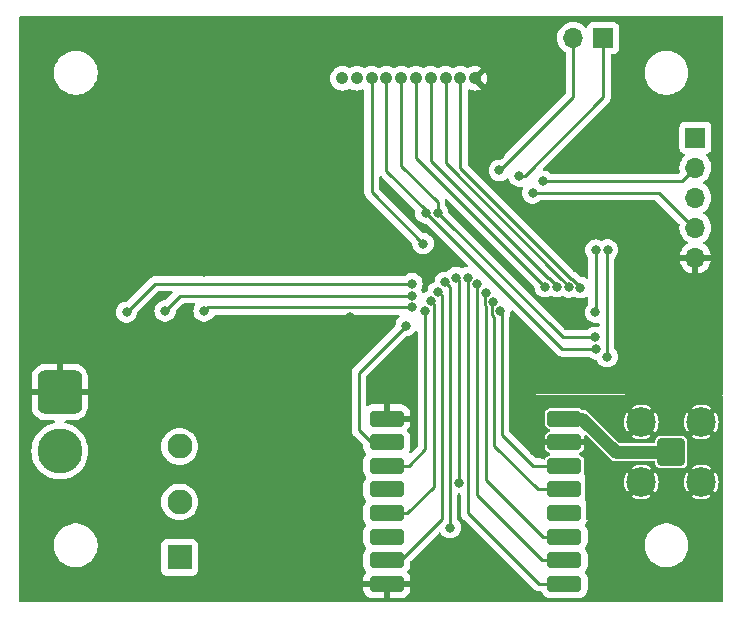
<source format=gbr>
%TF.GenerationSoftware,KiCad,Pcbnew,8.0.6*%
%TF.CreationDate,2025-07-22T18:03:32-04:00*%
%TF.ProjectId,receiver,72656365-6976-4657-922e-6b696361645f,rev?*%
%TF.SameCoordinates,Original*%
%TF.FileFunction,Copper,L2,Bot*%
%TF.FilePolarity,Positive*%
%FSLAX46Y46*%
G04 Gerber Fmt 4.6, Leading zero omitted, Abs format (unit mm)*
G04 Created by KiCad (PCBNEW 8.0.6) date 2025-07-22 18:03:32*
%MOMM*%
%LPD*%
G01*
G04 APERTURE LIST*
G04 Aperture macros list*
%AMRoundRect*
0 Rectangle with rounded corners*
0 $1 Rounding radius*
0 $2 $3 $4 $5 $6 $7 $8 $9 X,Y pos of 4 corners*
0 Add a 4 corners polygon primitive as box body*
4,1,4,$2,$3,$4,$5,$6,$7,$8,$9,$2,$3,0*
0 Add four circle primitives for the rounded corners*
1,1,$1+$1,$2,$3*
1,1,$1+$1,$4,$5*
1,1,$1+$1,$6,$7*
1,1,$1+$1,$8,$9*
0 Add four rect primitives between the rounded corners*
20,1,$1+$1,$2,$3,$4,$5,0*
20,1,$1+$1,$4,$5,$6,$7,0*
20,1,$1+$1,$6,$7,$8,$9,0*
20,1,$1+$1,$8,$9,$2,$3,0*%
G04 Aperture macros list end*
%TA.AperFunction,ComponentPad*%
%ADD10RoundRect,0.760000X-1.140000X1.140000X-1.140000X-1.140000X1.140000X-1.140000X1.140000X1.140000X0*%
%TD*%
%TA.AperFunction,ComponentPad*%
%ADD11C,3.800000*%
%TD*%
%TA.AperFunction,ComponentPad*%
%ADD12C,1.066800*%
%TD*%
%TA.AperFunction,ComponentPad*%
%ADD13R,1.700000X1.700000*%
%TD*%
%TA.AperFunction,ComponentPad*%
%ADD14O,1.700000X1.700000*%
%TD*%
%TA.AperFunction,ComponentPad*%
%ADD15RoundRect,0.200100X-0.949900X0.949900X-0.949900X-0.949900X0.949900X-0.949900X0.949900X0.949900X0*%
%TD*%
%TA.AperFunction,ComponentPad*%
%ADD16C,2.500000*%
%TD*%
%TA.AperFunction,ComponentPad*%
%ADD17R,2.108200X2.108200*%
%TD*%
%TA.AperFunction,ComponentPad*%
%ADD18C,2.108200*%
%TD*%
%TA.AperFunction,ComponentPad*%
%ADD19RoundRect,0.350000X1.125000X0.350000X-1.125000X0.350000X-1.125000X-0.350000X1.125000X-0.350000X0*%
%TD*%
%TA.AperFunction,ViaPad*%
%ADD20C,0.800000*%
%TD*%
%TA.AperFunction,Conductor*%
%ADD21C,0.250000*%
%TD*%
%TA.AperFunction,Conductor*%
%ADD22C,1.082160*%
%TD*%
G04 APERTURE END LIST*
D10*
%TO.P,PWR_J1,1,Pin_1*%
%TO.N,GND*%
X129424626Y-70905817D03*
D11*
%TO.P,PWR_J1,2,Pin_2*%
%TO.N,Net-(PWR_J1-Pin_2)*%
X129424626Y-75905817D03*
%TD*%
D12*
%TO.P,IF1,1,P1*%
%TO.N,GND*%
X164577829Y-44350546D03*
%TO.P,IF1,2,P2*%
%TO.N,PUSH_4*%
X163327829Y-44350546D03*
%TO.P,IF1,3,P3*%
%TO.N,PUSH_3*%
X162077829Y-44350546D03*
%TO.P,IF1,4,P4*%
%TO.N,PUSH_2*%
X160827829Y-44350546D03*
%TO.P,IF1,5,P5*%
%TO.N,PUSH_1*%
X159577829Y-44350546D03*
%TO.P,IF1,6,P6*%
%TO.N,I2C_SCL*%
X158327829Y-44350546D03*
%TO.P,IF1,7,P7*%
%TO.N,I2C_SDA*%
X157077829Y-44350546D03*
%TO.P,IF1,8,P8*%
%TO.N,BUZZER*%
X155827829Y-44350546D03*
%TO.P,IF1,9,P9*%
%TO.N,+3.3V*%
X154577829Y-44350546D03*
%TO.P,IF1,10,P10*%
%TO.N,+5V*%
X153327829Y-44350546D03*
%TD*%
D13*
%TO.P,J3,1,Pin_1*%
%TO.N,UART4_TX*%
X175428337Y-40927890D03*
D14*
%TO.P,J3,2,Pin_2*%
%TO.N,UART4_RX*%
X172888337Y-40927890D03*
%TD*%
D13*
%TO.P,J2,1,Pin_1*%
%TO.N,SYS_SWDIO*%
X183234589Y-49376524D03*
D14*
%TO.P,J2,2,Pin_2*%
%TO.N,SYS_SWCLK*%
X183234589Y-51916524D03*
%TO.P,J2,3,Pin_3*%
%TO.N,+3.3V*%
X183234589Y-54456524D03*
%TO.P,J2,4,Pin_4*%
%TO.N,SYS_TRACESWO*%
X183234589Y-56996524D03*
%TO.P,J2,5,Pin_5*%
%TO.N,GND*%
X183234589Y-59536524D03*
%TD*%
D15*
%TO.P,J1,1,In*%
%TO.N,/Capteurs/ANT*%
X181199638Y-75992687D03*
D16*
%TO.P,J1,2,Ext*%
%TO.N,GND*%
X183739638Y-73452687D03*
X178659638Y-73452687D03*
X183739638Y-78532687D03*
X178659638Y-78532687D03*
%TD*%
D17*
%TO.P,SW5,1,A*%
%TO.N,Net-(SW5-A)*%
X139561857Y-84915114D03*
D18*
%TO.P,SW5,2,B*%
%TO.N,Net-(PWR_J1-Pin_2)*%
X139561857Y-80216114D03*
%TO.P,SW5,3,C*%
%TO.N,unconnected-(SW5-C-Pad3)*%
X139561857Y-75517114D03*
%TD*%
D19*
%TO.P,RF1,1,ANT*%
%TO.N,/Capteurs/ANT*%
X172149215Y-73155492D03*
%TO.P,RF1,2,GND*%
%TO.N,GND*%
X172149215Y-75155492D03*
%TO.P,RF1,3,RX_ANT*%
%TO.N,RFM_GPIO4*%
X172149215Y-77155492D03*
%TO.P,RF1,4,TX_ANT*%
%TO.N,RFM_GPIO5*%
X172149215Y-79155492D03*
%TO.P,RF1,5,VCC*%
%TO.N,+3.3V*%
X172149215Y-81155492D03*
%TO.P,RF1,6,GPIO_0*%
%TO.N,RFM_GPIO1*%
X172149215Y-83155492D03*
%TO.P,RF1,7,GPIO_1*%
%TO.N,RFM_GPIO2*%
X172149215Y-85155492D03*
%TO.P,RF1,8,GPIO_2*%
%TO.N,RFM_GPIO3*%
X172149215Y-87155492D03*
%TO.P,RF1,9,GND*%
%TO.N,GND*%
X157099215Y-73155492D03*
%TO.P,RF1,10,SDN*%
%TO.N,RFM_SDN*%
X157099215Y-75155492D03*
%TO.P,RF1,11,NIRQ*%
%TO.N,RFM_NIRQ*%
X157099215Y-77155492D03*
%TO.P,RF1,12,NSEL*%
%TO.N,SPI_RFM_CS*%
X157099215Y-79155492D03*
%TO.P,RF1,13,SCK*%
%TO.N,SPI_SCK*%
X157099215Y-81155492D03*
%TO.P,RF1,14,SDI*%
%TO.N,SPI_MOSI*%
X157099215Y-83155492D03*
%TO.P,RF1,15,SDO*%
%TO.N,SPI_MISO*%
X157099215Y-85155492D03*
%TO.P,RF1,16,GND*%
%TO.N,GND*%
X157099215Y-87155492D03*
%TD*%
D20*
%TO.N,GND*%
X131649232Y-50165984D03*
X153976402Y-67165144D03*
X159838059Y-60044940D03*
X177278570Y-69693425D03*
X141723367Y-71469344D03*
X155331844Y-55099983D03*
X168273575Y-68339953D03*
X127775854Y-55921723D03*
X153987380Y-64516701D03*
X134052619Y-58476953D03*
X143162579Y-41946958D03*
X135238149Y-58476953D03*
X177001094Y-62036645D03*
X134020284Y-50165984D03*
X136616139Y-54882630D03*
X131681567Y-58476953D03*
X130496041Y-58476953D03*
X135091653Y-71450369D03*
X157519345Y-68572119D03*
X127775854Y-54801431D03*
X136616139Y-56002922D03*
X141616040Y-60718899D03*
X136616139Y-52642046D03*
X136616139Y-53762338D03*
X127775854Y-57042016D03*
X148014719Y-72160147D03*
X172248581Y-64345469D03*
X136616139Y-51521754D03*
X138383792Y-71488319D03*
X135205814Y-50165984D03*
X144695304Y-75915391D03*
X129278180Y-50165984D03*
X136616139Y-57123215D03*
X127775854Y-52560847D03*
X173785544Y-55780099D03*
X150260544Y-66155259D03*
X166660779Y-50826667D03*
X148885309Y-55966527D03*
X148265251Y-48865106D03*
X127775854Y-51440555D03*
X127775854Y-53681139D03*
X130463706Y-50165984D03*
X143141094Y-49660048D03*
X132834758Y-50165984D03*
X136083891Y-44208247D03*
X129310515Y-58476953D03*
X132867093Y-58476953D03*
%TO.N,PUSH_1*%
X170507492Y-61990663D03*
%TO.N,PUSH_2*%
X171502336Y-61972898D03*
%TO.N,PUSH_3*%
X172495549Y-62032539D03*
%TO.N,PUSH_4*%
X173489838Y-62070210D03*
%TO.N,BUZZER*%
X160172716Y-58331479D03*
%TO.N,I2C_SDA*%
X160415890Y-55768302D03*
X174825773Y-67278692D03*
%TO.N,I2C_SCL*%
X161409091Y-55708454D03*
X174766410Y-66285462D03*
%TO.N,SYS_SWCLK*%
X170346406Y-53060514D03*
%TO.N,SYS_TRACESWO*%
X169443138Y-54054781D03*
%TO.N,LED1*%
X159237329Y-61725469D03*
X135076725Y-64145364D03*
%TO.N,LED2*%
X159246816Y-62750111D03*
X138336252Y-64048711D03*
%TO.N,LED3*%
X159246816Y-63745114D03*
X141637879Y-64064879D03*
%TO.N,SPI_SCK*%
X160864723Y-63225458D03*
%TO.N,SPI_MOSI*%
X162043080Y-61621930D03*
X162459227Y-82383465D03*
%TO.N,SPI_MISO*%
X161446955Y-62418589D03*
%TO.N,RFM_NIRQ*%
X160349267Y-64076536D03*
%TO.N,SPI_RFM_CS*%
X163179227Y-78573076D03*
X162952305Y-61217775D03*
%TO.N,RFM_GPIO2*%
X164781871Y-61801108D03*
%TO.N,RFM_GPIO3*%
X163980209Y-61211728D03*
%TO.N,RFM_SDN*%
X158741808Y-65275744D03*
%TO.N,RFM_GPIO1*%
X165497609Y-62492301D03*
%TO.N,MLX_INT*%
X174799103Y-58889154D03*
X174771516Y-64148814D03*
%TO.N,MLX_INT{slash}TRIG*%
X175793742Y-58862271D03*
X175756132Y-67919275D03*
%TO.N,RFM_GPIO4*%
X166689673Y-64085370D03*
%TO.N,RFM_GPIO5*%
X166107635Y-63278366D03*
%TO.N,UART4_TX*%
X168301865Y-52622222D03*
%TO.N,UART4_RX*%
X166638402Y-52140374D03*
%TD*%
D21*
%TO.N,PUSH_1*%
X159597540Y-44370257D02*
X159597540Y-51080711D01*
X159577829Y-44350546D02*
X159597540Y-44370257D01*
X159597540Y-51080711D02*
X170507492Y-61990663D01*
%TO.N,PUSH_2*%
X170790789Y-61270663D02*
X170805726Y-61270663D01*
X170805726Y-61270663D02*
X171502336Y-61967273D01*
X160827829Y-51307703D02*
X170790789Y-61270663D01*
X160827829Y-44350546D02*
X160827829Y-51307703D01*
X171502336Y-61967273D02*
X171502336Y-61972898D01*
%TO.N,PUSH_3*%
X162077829Y-44350546D02*
X162077829Y-51549071D01*
X162077829Y-51549071D02*
X171781656Y-61252898D01*
X172495549Y-61947877D02*
X172495549Y-62032539D01*
X171800570Y-61252898D02*
X172495549Y-61947877D01*
X171781656Y-61252898D02*
X171800570Y-61252898D01*
%TO.N,PUSH_4*%
X172793783Y-61312539D02*
X173489838Y-62008594D01*
X163327829Y-51934529D02*
X172705839Y-61312539D01*
X173489838Y-62008594D02*
X173489838Y-62070210D01*
X163327829Y-44350546D02*
X163327829Y-51934529D01*
X172705839Y-61312539D02*
X172793783Y-61312539D01*
%TO.N,BUZZER*%
X160172716Y-58331479D02*
X155827829Y-53986592D01*
X155827829Y-53986592D02*
X155827829Y-44350546D01*
%TO.N,I2C_SDA*%
X157077829Y-52184011D02*
X157077829Y-44350546D01*
X160415890Y-55768302D02*
X160415890Y-55522072D01*
X160415890Y-55768302D02*
X160450705Y-55768302D01*
X171961095Y-67278692D02*
X174825773Y-67278692D01*
X160450705Y-55768302D02*
X171961095Y-67278692D01*
X160415890Y-55522072D02*
X157077829Y-52184011D01*
%TO.N,I2C_SCL*%
X161409091Y-54838370D02*
X161409091Y-55708454D01*
X161409091Y-55708454D02*
X171986099Y-66285462D01*
X158327829Y-51757108D02*
X161409091Y-54838370D01*
X171986099Y-66285462D02*
X174766410Y-66285462D01*
X158327829Y-44350546D02*
X158327829Y-51757108D01*
D22*
%TO.N,/Capteurs/ANT*%
X172624215Y-73155492D02*
X173670262Y-73155492D01*
X176507457Y-75992687D02*
X181199638Y-75992687D01*
X173670262Y-73155492D02*
X176507457Y-75992687D01*
X181199638Y-75992687D02*
X181282612Y-76075661D01*
D21*
%TO.N,SYS_SWCLK*%
X182090599Y-53060514D02*
X183234589Y-51916524D01*
X170346406Y-53060514D02*
X182090599Y-53060514D01*
%TO.N,SYS_TRACESWO*%
X183091287Y-56996524D02*
X183234589Y-56996524D01*
X169443138Y-54054781D02*
X180149544Y-54054781D01*
X180149544Y-54054781D02*
X183091287Y-56996524D01*
%TO.N,LED1*%
X159237329Y-61725469D02*
X137496620Y-61725469D01*
X137496620Y-61725469D02*
X135076725Y-64145364D01*
%TO.N,LED2*%
X139634852Y-62750111D02*
X138336252Y-64048711D01*
X159246816Y-62750111D02*
X139634852Y-62750111D01*
%TO.N,LED3*%
X141957644Y-63745114D02*
X141637879Y-64064879D01*
X159246816Y-63745114D02*
X141957644Y-63745114D01*
%TO.N,SPI_SCK*%
X161069267Y-63430002D02*
X160864723Y-63225458D01*
X161069267Y-78938394D02*
X161069267Y-63430002D01*
X158852169Y-81155492D02*
X161069267Y-78938394D01*
X156624215Y-81155492D02*
X158852169Y-81155492D01*
%TO.N,SPI_MOSI*%
X162459227Y-82383465D02*
X162459227Y-62038077D01*
X162459227Y-62038077D02*
X162043080Y-61621930D01*
%TO.N,SPI_MISO*%
X156624215Y-85155492D02*
X158268424Y-85155492D01*
X161754227Y-81669689D02*
X161754227Y-62725861D01*
X158268424Y-85155492D02*
X161754227Y-81669689D01*
X161754227Y-62725861D02*
X161446955Y-62418589D01*
%TO.N,RFM_NIRQ*%
X160349267Y-75757670D02*
X160349267Y-64076536D01*
X156624215Y-77155492D02*
X158951445Y-77155492D01*
X158951445Y-77155492D02*
X160349267Y-75757670D01*
%TO.N,SPI_RFM_CS*%
X163179227Y-78573076D02*
X163179227Y-61444697D01*
X163179227Y-61444697D02*
X162952305Y-61217775D01*
%TO.N,RFM_GPIO2*%
X164777609Y-79662730D02*
X164777609Y-61805370D01*
X164777609Y-61805370D02*
X164781871Y-61801108D01*
X172624215Y-85155492D02*
X170270371Y-85155492D01*
X170270371Y-85155492D02*
X164777609Y-79662730D01*
%TO.N,RFM_GPIO3*%
X169967053Y-87121263D02*
X163980209Y-81134419D01*
X163980209Y-81134419D02*
X163980209Y-61211728D01*
X171772653Y-87155492D02*
X171738424Y-87121263D01*
X171738424Y-87121263D02*
X169967053Y-87121263D01*
X172624215Y-87155492D02*
X171772653Y-87155492D01*
%TO.N,RFM_SDN*%
X158741808Y-65275744D02*
X154742389Y-69275163D01*
X155788260Y-75155492D02*
X156624215Y-75155492D01*
X154742389Y-74109621D02*
X155788260Y-75155492D01*
X154742389Y-69275163D02*
X154742389Y-74109621D01*
%TO.N,RFM_GPIO1*%
X165488924Y-78325928D02*
X165488924Y-63656676D01*
X165402635Y-63570387D02*
X165402635Y-62587275D01*
X172624215Y-83155492D02*
X170318488Y-83155492D01*
X165402635Y-62587275D02*
X165497609Y-62492301D01*
X170318488Y-83155492D02*
X165488924Y-78325928D01*
X165488924Y-63656676D02*
X165402635Y-63570387D01*
%TO.N,MLX_INT*%
X174799103Y-64121227D02*
X174799103Y-58889154D01*
X174771516Y-64148814D02*
X174799103Y-64121227D01*
%TO.N,MLX_INT{slash}TRIG*%
X175756132Y-67919275D02*
X175756132Y-58899881D01*
X175756132Y-58899881D02*
X175793742Y-58862271D01*
%TO.N,RFM_GPIO4*%
X166834950Y-64230647D02*
X166689673Y-64085370D01*
X166834950Y-74509730D02*
X166834950Y-64230647D01*
X169480712Y-77155492D02*
X166834950Y-74509730D01*
X172624215Y-77155492D02*
X169480712Y-77155492D01*
%TO.N,RFM_GPIO5*%
X172624215Y-79155492D02*
X169872594Y-79155492D01*
X165984673Y-63401328D02*
X166107635Y-63278366D01*
X166161937Y-75444835D02*
X166161937Y-64554655D01*
X165984673Y-64377391D02*
X165984673Y-63401328D01*
X166161937Y-64554655D02*
X165984673Y-64377391D01*
X169872594Y-79155492D02*
X166161937Y-75444835D01*
%TO.N,UART4_TX*%
X168775140Y-52622222D02*
X175428337Y-45969025D01*
X168301865Y-52622222D02*
X168775140Y-52622222D01*
X175428337Y-45969025D02*
X175428337Y-40927890D01*
%TO.N,UART4_RX*%
X166638402Y-52140374D02*
X166653875Y-52140374D01*
X166653875Y-52140374D02*
X172888337Y-45905912D01*
X172888337Y-45905912D02*
X172888337Y-40927890D01*
%TD*%
%TA.AperFunction,Conductor*%
%TO.N,GND*%
G36*
X185529048Y-39077635D02*
G01*
X185574803Y-39130439D01*
X185586009Y-39181950D01*
X185586009Y-71057722D01*
X185566324Y-71124761D01*
X185513520Y-71170516D01*
X185461404Y-71181721D01*
X169184901Y-71102327D01*
X169184859Y-71102327D01*
X169251622Y-76041811D01*
X167496769Y-74286958D01*
X167463284Y-74225635D01*
X167460450Y-74199277D01*
X167460450Y-64584570D01*
X167477063Y-64522570D01*
X167516852Y-64453654D01*
X167575347Y-64273626D01*
X167595133Y-64085370D01*
X167595132Y-64085367D01*
X167595354Y-64083263D01*
X167621938Y-64018648D01*
X167679236Y-63978663D01*
X167749055Y-63976003D01*
X167806356Y-64008543D01*
X171562358Y-67764547D01*
X171562362Y-67764550D01*
X171664803Y-67833000D01*
X171664810Y-67833004D01*
X171728599Y-67859426D01*
X171778643Y-67880155D01*
X171798692Y-67884143D01*
X171832291Y-67890826D01*
X171899487Y-67904193D01*
X171899489Y-67904193D01*
X172028816Y-67904193D01*
X172028836Y-67904192D01*
X174122025Y-67904192D01*
X174189064Y-67923877D01*
X174214173Y-67945218D01*
X174219899Y-67951577D01*
X174219903Y-67951581D01*
X174373038Y-68062840D01*
X174373043Y-68062843D01*
X174545965Y-68139834D01*
X174545970Y-68139836D01*
X174731127Y-68179192D01*
X174803651Y-68179192D01*
X174870690Y-68198877D01*
X174916445Y-68251681D01*
X174921582Y-68264874D01*
X174928950Y-68287553D01*
X174928953Y-68287559D01*
X175023599Y-68451491D01*
X175150261Y-68592163D01*
X175303397Y-68703423D01*
X175303402Y-68703426D01*
X175476324Y-68780417D01*
X175476329Y-68780419D01*
X175661486Y-68819775D01*
X175661487Y-68819775D01*
X175850776Y-68819775D01*
X175850778Y-68819775D01*
X176035935Y-68780419D01*
X176208862Y-68703426D01*
X176362003Y-68592163D01*
X176488665Y-68451491D01*
X176583311Y-68287559D01*
X176641806Y-68107531D01*
X176661592Y-67919275D01*
X176641806Y-67731019D01*
X176583311Y-67550991D01*
X176488665Y-67387059D01*
X176413482Y-67303559D01*
X176383252Y-67240567D01*
X176381632Y-67220587D01*
X176381632Y-59602727D01*
X176401317Y-59535688D01*
X176413472Y-59519766D01*
X176526275Y-59394487D01*
X176620921Y-59230555D01*
X176679416Y-59050527D01*
X176699202Y-58862271D01*
X176679416Y-58674015D01*
X176620921Y-58493987D01*
X176526275Y-58330055D01*
X176399613Y-58189383D01*
X176373704Y-58170559D01*
X176246476Y-58078122D01*
X176246471Y-58078119D01*
X176073549Y-58001128D01*
X176073544Y-58001126D01*
X175927743Y-57970136D01*
X175888388Y-57961771D01*
X175699096Y-57961771D01*
X175666639Y-57968669D01*
X175513939Y-58001126D01*
X175513934Y-58001128D01*
X175341009Y-58078121D01*
X175335384Y-58081369D01*
X175334599Y-58080010D01*
X175276268Y-58100807D01*
X175218782Y-58090287D01*
X175078910Y-58028011D01*
X175078905Y-58028009D01*
X174933104Y-57997019D01*
X174893749Y-57988654D01*
X174704457Y-57988654D01*
X174672000Y-57995552D01*
X174519300Y-58028009D01*
X174519295Y-58028011D01*
X174346373Y-58105002D01*
X174346368Y-58105005D01*
X174193232Y-58216265D01*
X174066569Y-58356939D01*
X173971924Y-58520869D01*
X173971921Y-58520876D01*
X173913430Y-58700894D01*
X173913429Y-58700898D01*
X173893643Y-58889154D01*
X173913429Y-59077410D01*
X173913430Y-59077413D01*
X173971921Y-59257431D01*
X173971924Y-59257438D01*
X174066570Y-59421370D01*
X174109875Y-59469464D01*
X174141753Y-59504869D01*
X174171983Y-59567860D01*
X174173603Y-59587841D01*
X174173603Y-61210551D01*
X174153918Y-61277590D01*
X174101114Y-61323345D01*
X174031956Y-61333289D01*
X173976719Y-61310870D01*
X173942571Y-61286061D01*
X173942567Y-61286058D01*
X173769645Y-61209067D01*
X173769640Y-61209065D01*
X173584482Y-61169709D01*
X173578016Y-61169030D01*
X173578212Y-61167157D01*
X173519867Y-61150025D01*
X173499225Y-61133391D01*
X173286711Y-60920877D01*
X173286708Y-60920873D01*
X173286708Y-60920874D01*
X173279641Y-60913807D01*
X173279641Y-60913806D01*
X173192516Y-60826681D01*
X173192515Y-60826680D01*
X173192514Y-60826679D01*
X173129846Y-60784806D01*
X173109819Y-60771424D01*
X173090068Y-60758226D01*
X173047233Y-60740484D01*
X173020755Y-60729517D01*
X172980527Y-60702637D01*
X164418264Y-52140374D01*
X165732942Y-52140374D01*
X165752728Y-52328630D01*
X165752729Y-52328633D01*
X165811220Y-52508651D01*
X165811223Y-52508658D01*
X165905869Y-52672590D01*
X166017577Y-52796654D01*
X166032531Y-52813262D01*
X166185667Y-52924522D01*
X166185672Y-52924525D01*
X166358594Y-53001516D01*
X166358599Y-53001518D01*
X166543756Y-53040874D01*
X166543757Y-53040874D01*
X166733046Y-53040874D01*
X166733048Y-53040874D01*
X166918205Y-53001518D01*
X167091132Y-52924525D01*
X167244273Y-52813262D01*
X167244277Y-52813257D01*
X167246012Y-52811997D01*
X167311819Y-52788517D01*
X167379872Y-52804342D01*
X167428567Y-52854448D01*
X167436829Y-52873996D01*
X167474684Y-52990502D01*
X167474686Y-52990506D01*
X167569332Y-53154438D01*
X167613018Y-53202956D01*
X167695994Y-53295110D01*
X167849130Y-53406370D01*
X167849135Y-53406373D01*
X168022057Y-53483364D01*
X168022062Y-53483366D01*
X168207219Y-53522722D01*
X168207220Y-53522722D01*
X168396509Y-53522722D01*
X168396511Y-53522722D01*
X168482018Y-53504547D01*
X168551684Y-53509863D01*
X168607418Y-53552000D01*
X168631523Y-53617580D01*
X168617604Y-53680123D01*
X168618600Y-53680567D01*
X168616413Y-53685476D01*
X168616346Y-53685781D01*
X168616024Y-53686350D01*
X168615956Y-53686503D01*
X168567261Y-53836372D01*
X168557464Y-53866525D01*
X168537678Y-54054781D01*
X168557464Y-54243037D01*
X168557465Y-54243040D01*
X168615956Y-54423058D01*
X168615959Y-54423065D01*
X168710605Y-54586997D01*
X168824876Y-54713907D01*
X168837267Y-54727669D01*
X168990403Y-54838929D01*
X168990408Y-54838932D01*
X169163330Y-54915923D01*
X169163335Y-54915925D01*
X169348492Y-54955281D01*
X169348493Y-54955281D01*
X169537782Y-54955281D01*
X169537784Y-54955281D01*
X169722941Y-54915925D01*
X169895868Y-54838932D01*
X170049009Y-54727669D01*
X170051926Y-54724428D01*
X170054738Y-54721307D01*
X170114225Y-54684660D01*
X170146886Y-54680281D01*
X179839092Y-54680281D01*
X179906131Y-54699966D01*
X179926773Y-54716600D01*
X181864639Y-56654466D01*
X181898124Y-56715789D01*
X181898915Y-56755628D01*
X181899998Y-56755723D01*
X181878930Y-56996523D01*
X181878930Y-56996524D01*
X181899525Y-57231927D01*
X181899527Y-57231937D01*
X181960683Y-57460179D01*
X181960685Y-57460183D01*
X181960686Y-57460187D01*
X181965419Y-57470336D01*
X182060554Y-57674354D01*
X182060556Y-57674358D01*
X182196090Y-57867919D01*
X182196095Y-57867926D01*
X182363186Y-58035017D01*
X182363192Y-58035022D01*
X182424744Y-58078121D01*
X182517713Y-58143219D01*
X182549183Y-58165254D01*
X182592808Y-58219831D01*
X182600002Y-58289329D01*
X182568479Y-58351684D01*
X182549184Y-58368404D01*
X182363511Y-58498414D01*
X182363509Y-58498415D01*
X182196480Y-58665444D01*
X182196475Y-58665450D01*
X182060989Y-58858944D01*
X182060988Y-58858946D01*
X181961159Y-59073031D01*
X181961156Y-59073037D01*
X181903953Y-59286523D01*
X181903953Y-59286524D01*
X182801577Y-59286524D01*
X182768664Y-59343531D01*
X182734589Y-59470698D01*
X182734589Y-59602350D01*
X182768664Y-59729517D01*
X182801577Y-59786524D01*
X181903953Y-59786524D01*
X181961156Y-60000010D01*
X181961159Y-60000016D01*
X182060988Y-60214102D01*
X182196483Y-60407606D01*
X182363506Y-60574629D01*
X182557010Y-60710124D01*
X182771096Y-60809953D01*
X182771105Y-60809957D01*
X182984589Y-60867158D01*
X182984589Y-59969536D01*
X183041596Y-60002449D01*
X183168763Y-60036524D01*
X183300415Y-60036524D01*
X183427582Y-60002449D01*
X183484589Y-59969536D01*
X183484589Y-60867157D01*
X183698072Y-60809957D01*
X183698081Y-60809953D01*
X183912167Y-60710124D01*
X184105671Y-60574629D01*
X184272694Y-60407606D01*
X184408189Y-60214102D01*
X184508018Y-60000016D01*
X184508021Y-60000010D01*
X184565225Y-59786524D01*
X183667601Y-59786524D01*
X183700514Y-59729517D01*
X183734589Y-59602350D01*
X183734589Y-59470698D01*
X183700514Y-59343531D01*
X183667601Y-59286524D01*
X184565225Y-59286524D01*
X184565224Y-59286523D01*
X184508021Y-59073037D01*
X184508018Y-59073031D01*
X184408189Y-58858946D01*
X184408188Y-58858944D01*
X184272702Y-58665450D01*
X184272697Y-58665444D01*
X184105667Y-58498414D01*
X183919994Y-58368403D01*
X183876369Y-58313826D01*
X183869177Y-58244328D01*
X183900699Y-58181973D01*
X183919995Y-58165254D01*
X184105990Y-58035019D01*
X184273084Y-57867925D01*
X184408624Y-57674354D01*
X184508492Y-57460187D01*
X184569652Y-57231932D01*
X184590248Y-56996524D01*
X184569652Y-56761116D01*
X184508492Y-56532861D01*
X184408624Y-56318695D01*
X184395897Y-56300518D01*
X184273083Y-56125121D01*
X184105991Y-55958030D01*
X184105985Y-55958025D01*
X183920431Y-55828099D01*
X183876806Y-55773522D01*
X183869612Y-55704024D01*
X183901135Y-55641669D01*
X183920431Y-55624949D01*
X184033030Y-55546106D01*
X184105990Y-55495019D01*
X184273084Y-55327925D01*
X184408624Y-55134354D01*
X184508492Y-54920187D01*
X184569652Y-54691932D01*
X184590248Y-54456524D01*
X184569652Y-54221116D01*
X184508492Y-53992861D01*
X184408624Y-53778695D01*
X184398210Y-53763821D01*
X184273083Y-53585121D01*
X184105991Y-53418030D01*
X184105985Y-53418025D01*
X183920431Y-53288099D01*
X183876806Y-53233522D01*
X183869612Y-53164024D01*
X183901135Y-53101669D01*
X183920431Y-53084949D01*
X183983376Y-53040874D01*
X184105990Y-52955019D01*
X184273084Y-52787925D01*
X184408624Y-52594354D01*
X184508492Y-52380187D01*
X184569652Y-52151932D01*
X184590248Y-51916524D01*
X184569652Y-51681116D01*
X184512411Y-51467486D01*
X184508494Y-51452868D01*
X184508493Y-51452867D01*
X184508492Y-51452861D01*
X184408624Y-51238695D01*
X184407465Y-51237040D01*
X184273085Y-51045124D01*
X184273084Y-51045123D01*
X184151156Y-50923195D01*
X184117673Y-50861875D01*
X184122657Y-50792183D01*
X184164528Y-50736249D01*
X184195504Y-50719334D01*
X184326920Y-50670320D01*
X184442135Y-50584070D01*
X184528385Y-50468855D01*
X184578680Y-50334007D01*
X184585089Y-50274397D01*
X184585088Y-48478652D01*
X184578680Y-48419041D01*
X184528385Y-48284193D01*
X184528384Y-48284192D01*
X184528382Y-48284188D01*
X184442136Y-48168979D01*
X184442133Y-48168976D01*
X184326924Y-48082730D01*
X184326917Y-48082726D01*
X184192071Y-48032432D01*
X184192072Y-48032432D01*
X184132472Y-48026025D01*
X184132470Y-48026024D01*
X184132462Y-48026024D01*
X184132453Y-48026024D01*
X182336718Y-48026024D01*
X182336712Y-48026025D01*
X182277105Y-48032432D01*
X182142260Y-48082726D01*
X182142253Y-48082730D01*
X182027044Y-48168976D01*
X182027041Y-48168979D01*
X181940795Y-48284188D01*
X181940791Y-48284195D01*
X181890497Y-48419041D01*
X181884090Y-48478640D01*
X181884090Y-48478647D01*
X181884089Y-48478659D01*
X181884089Y-50274394D01*
X181884090Y-50274400D01*
X181890497Y-50334007D01*
X181940791Y-50468852D01*
X181940795Y-50468859D01*
X182027041Y-50584068D01*
X182027044Y-50584071D01*
X182142253Y-50670317D01*
X182142260Y-50670321D01*
X182273670Y-50719334D01*
X182329604Y-50761205D01*
X182354021Y-50826669D01*
X182339169Y-50894942D01*
X182318019Y-50923197D01*
X182196092Y-51045124D01*
X182060554Y-51238693D01*
X182060553Y-51238695D01*
X181960687Y-51452859D01*
X181960683Y-51452868D01*
X181899527Y-51681110D01*
X181899525Y-51681120D01*
X181878930Y-51916523D01*
X181878930Y-51916524D01*
X181899525Y-52151927D01*
X181899527Y-52151937D01*
X181926445Y-52252396D01*
X181924782Y-52322246D01*
X181894353Y-52372169D01*
X181867829Y-52398694D01*
X181806506Y-52432180D01*
X181780146Y-52435014D01*
X171050154Y-52435014D01*
X170983115Y-52415329D01*
X170958006Y-52393988D01*
X170952279Y-52387628D01*
X170952275Y-52387624D01*
X170799140Y-52276365D01*
X170799135Y-52276362D01*
X170626213Y-52199371D01*
X170626208Y-52199369D01*
X170480407Y-52168379D01*
X170441052Y-52160014D01*
X170421299Y-52160014D01*
X170354260Y-52140329D01*
X170308505Y-52087525D01*
X170298561Y-52018367D01*
X170327586Y-51954811D01*
X170333618Y-51948333D01*
X171545703Y-50736249D01*
X175914194Y-46367759D01*
X175982648Y-46265311D01*
X176029800Y-46151477D01*
X176053837Y-46030632D01*
X176053837Y-45907419D01*
X176053837Y-43758094D01*
X178923063Y-43758094D01*
X178923063Y-44000671D01*
X178954724Y-44241168D01*
X179017510Y-44475487D01*
X179110336Y-44699588D01*
X179110339Y-44699595D01*
X179231627Y-44909672D01*
X179231629Y-44909675D01*
X179231630Y-44909676D01*
X179379296Y-45102119D01*
X179379302Y-45102126D01*
X179550819Y-45273643D01*
X179550826Y-45273649D01*
X179581715Y-45297351D01*
X179743274Y-45421319D01*
X179953351Y-45542607D01*
X180177463Y-45635437D01*
X180411774Y-45698221D01*
X180592149Y-45721967D01*
X180652274Y-45729883D01*
X180652275Y-45729883D01*
X180894852Y-45729883D01*
X180942951Y-45723550D01*
X181135352Y-45698221D01*
X181369663Y-45635437D01*
X181593775Y-45542607D01*
X181803852Y-45421319D01*
X181996301Y-45273648D01*
X182167828Y-45102121D01*
X182315499Y-44909672D01*
X182436787Y-44699595D01*
X182529617Y-44475483D01*
X182592401Y-44241172D01*
X182624063Y-44000671D01*
X182624063Y-43758095D01*
X182592401Y-43517594D01*
X182529617Y-43283283D01*
X182436787Y-43059171D01*
X182315499Y-42849094D01*
X182167828Y-42656645D01*
X182167823Y-42656639D01*
X181996306Y-42485122D01*
X181996299Y-42485116D01*
X181803856Y-42337450D01*
X181803855Y-42337449D01*
X181803852Y-42337447D01*
X181593775Y-42216159D01*
X181593768Y-42216156D01*
X181369667Y-42123330D01*
X181135348Y-42060544D01*
X180894852Y-42028883D01*
X180894851Y-42028883D01*
X180652275Y-42028883D01*
X180652274Y-42028883D01*
X180411777Y-42060544D01*
X180177458Y-42123330D01*
X179953357Y-42216156D01*
X179953348Y-42216160D01*
X179743269Y-42337450D01*
X179550826Y-42485116D01*
X179550819Y-42485122D01*
X179379302Y-42656639D01*
X179379296Y-42656646D01*
X179231630Y-42849089D01*
X179110340Y-43059168D01*
X179110336Y-43059177D01*
X179017510Y-43283278D01*
X178954724Y-43517597D01*
X178923063Y-43758094D01*
X176053837Y-43758094D01*
X176053837Y-42402389D01*
X176073522Y-42335350D01*
X176126326Y-42289595D01*
X176177837Y-42278389D01*
X176326208Y-42278389D01*
X176326209Y-42278389D01*
X176385820Y-42271981D01*
X176520668Y-42221686D01*
X176635883Y-42135436D01*
X176722133Y-42020221D01*
X176772428Y-41885373D01*
X176778837Y-41825763D01*
X176778836Y-40030018D01*
X176772428Y-39970407D01*
X176771147Y-39966973D01*
X176722134Y-39835561D01*
X176722130Y-39835554D01*
X176635884Y-39720345D01*
X176635881Y-39720342D01*
X176520672Y-39634096D01*
X176520665Y-39634092D01*
X176385819Y-39583798D01*
X176385820Y-39583798D01*
X176326220Y-39577391D01*
X176326218Y-39577390D01*
X176326210Y-39577390D01*
X176326201Y-39577390D01*
X174530466Y-39577390D01*
X174530460Y-39577391D01*
X174470853Y-39583798D01*
X174336008Y-39634092D01*
X174336001Y-39634096D01*
X174220792Y-39720342D01*
X174220789Y-39720345D01*
X174134543Y-39835554D01*
X174134540Y-39835559D01*
X174085526Y-39966973D01*
X174043654Y-40022906D01*
X173978190Y-40047323D01*
X173909917Y-40032471D01*
X173881663Y-40011320D01*
X173759739Y-39889396D01*
X173759732Y-39889391D01*
X173566171Y-39753857D01*
X173566167Y-39753855D01*
X173566165Y-39753854D01*
X173352000Y-39653987D01*
X173351996Y-39653986D01*
X173351992Y-39653984D01*
X173123750Y-39592828D01*
X173123740Y-39592826D01*
X172888338Y-39572231D01*
X172888336Y-39572231D01*
X172652933Y-39592826D01*
X172652923Y-39592828D01*
X172424681Y-39653984D01*
X172424672Y-39653988D01*
X172210508Y-39753854D01*
X172210506Y-39753855D01*
X172016934Y-39889395D01*
X171849842Y-40056487D01*
X171714302Y-40250059D01*
X171714301Y-40250061D01*
X171614435Y-40464225D01*
X171614431Y-40464234D01*
X171553275Y-40692476D01*
X171553273Y-40692486D01*
X171532678Y-40927889D01*
X171532678Y-40927890D01*
X171553273Y-41163293D01*
X171553275Y-41163303D01*
X171614431Y-41391545D01*
X171614433Y-41391549D01*
X171614434Y-41391553D01*
X171698836Y-41572553D01*
X171714302Y-41605720D01*
X171714304Y-41605724D01*
X171822618Y-41760411D01*
X171849842Y-41799291D01*
X172016936Y-41966385D01*
X172209961Y-42101543D01*
X172253585Y-42156118D01*
X172262837Y-42203116D01*
X172262837Y-45595459D01*
X172243152Y-45662498D01*
X172226518Y-45683140D01*
X166706104Y-51203555D01*
X166644781Y-51237040D01*
X166618423Y-51239874D01*
X166543756Y-51239874D01*
X166511299Y-51246772D01*
X166358599Y-51279229D01*
X166358594Y-51279231D01*
X166185672Y-51356222D01*
X166185667Y-51356225D01*
X166032531Y-51467485D01*
X165905868Y-51608159D01*
X165811223Y-51772089D01*
X165811220Y-51772096D01*
X165753958Y-51948333D01*
X165752728Y-51952118D01*
X165732942Y-52140374D01*
X164418264Y-52140374D01*
X163989648Y-51711758D01*
X163956163Y-51650435D01*
X163953329Y-51624077D01*
X163953329Y-45395385D01*
X163973014Y-45328346D01*
X164025818Y-45282591D01*
X164094976Y-45272647D01*
X164135783Y-45286027D01*
X164180447Y-45309901D01*
X164375250Y-45368993D01*
X164375246Y-45368993D01*
X164577829Y-45388945D01*
X164780409Y-45368993D01*
X164975209Y-45309901D01*
X165111032Y-45237302D01*
X164489997Y-44616267D01*
X164541045Y-44629946D01*
X164614613Y-44629946D01*
X164685673Y-44610905D01*
X164749385Y-44574122D01*
X164801405Y-44522102D01*
X164838188Y-44458390D01*
X164857229Y-44387330D01*
X164857229Y-44350545D01*
X164931382Y-44350545D01*
X164931382Y-44350546D01*
X165464585Y-44883749D01*
X165537184Y-44747926D01*
X165596276Y-44553126D01*
X165616228Y-44350546D01*
X165596276Y-44147965D01*
X165537184Y-43953165D01*
X165464584Y-43817342D01*
X164931382Y-44350545D01*
X164857229Y-44350545D01*
X164857229Y-44313762D01*
X164838188Y-44242702D01*
X164801405Y-44178990D01*
X164749385Y-44126970D01*
X164685673Y-44090187D01*
X164614613Y-44071146D01*
X164541045Y-44071146D01*
X164489994Y-44084825D01*
X164577829Y-43996992D01*
X165111031Y-43463789D01*
X164975210Y-43391190D01*
X164780407Y-43332098D01*
X164780411Y-43332098D01*
X164577829Y-43312146D01*
X164375248Y-43332098D01*
X164180446Y-43391191D01*
X164180443Y-43391192D01*
X164011813Y-43481327D01*
X163943410Y-43495569D01*
X163894907Y-43481327D01*
X163725401Y-43390725D01*
X163530511Y-43331605D01*
X163327829Y-43311643D01*
X163125146Y-43331605D01*
X162930256Y-43390725D01*
X162761282Y-43481044D01*
X162692879Y-43495286D01*
X162644376Y-43481044D01*
X162475401Y-43390725D01*
X162280511Y-43331605D01*
X162077829Y-43311643D01*
X161875146Y-43331605D01*
X161680256Y-43390725D01*
X161511282Y-43481044D01*
X161442879Y-43495286D01*
X161394376Y-43481044D01*
X161225401Y-43390725D01*
X161030511Y-43331605D01*
X160827829Y-43311643D01*
X160625146Y-43331605D01*
X160430256Y-43390725D01*
X160261282Y-43481044D01*
X160192879Y-43495286D01*
X160144376Y-43481044D01*
X159975401Y-43390725D01*
X159780511Y-43331605D01*
X159577829Y-43311643D01*
X159375146Y-43331605D01*
X159180256Y-43390725D01*
X159011282Y-43481044D01*
X158942879Y-43495286D01*
X158894376Y-43481044D01*
X158725401Y-43390725D01*
X158530511Y-43331605D01*
X158327829Y-43311643D01*
X158125146Y-43331605D01*
X157930256Y-43390725D01*
X157761282Y-43481044D01*
X157692879Y-43495286D01*
X157644376Y-43481044D01*
X157475401Y-43390725D01*
X157280511Y-43331605D01*
X157077829Y-43311643D01*
X156875146Y-43331605D01*
X156680256Y-43390725D01*
X156511282Y-43481044D01*
X156442879Y-43495286D01*
X156394376Y-43481044D01*
X156225401Y-43390725D01*
X156030511Y-43331605D01*
X155827829Y-43311643D01*
X155625146Y-43331605D01*
X155430256Y-43390725D01*
X155261282Y-43481044D01*
X155192879Y-43495286D01*
X155144376Y-43481044D01*
X154975401Y-43390725D01*
X154780511Y-43331605D01*
X154577829Y-43311643D01*
X154375146Y-43331605D01*
X154180256Y-43390725D01*
X154011282Y-43481044D01*
X153942879Y-43495286D01*
X153894376Y-43481044D01*
X153725401Y-43390725D01*
X153530511Y-43331605D01*
X153327829Y-43311643D01*
X153125146Y-43331605D01*
X152930256Y-43390725D01*
X152750650Y-43486726D01*
X152750643Y-43486730D01*
X152593213Y-43615930D01*
X152464013Y-43773360D01*
X152464009Y-43773367D01*
X152368008Y-43952973D01*
X152308888Y-44147863D01*
X152288926Y-44350546D01*
X152308888Y-44553228D01*
X152368008Y-44748118D01*
X152464009Y-44927724D01*
X152464013Y-44927731D01*
X152593213Y-45085161D01*
X152750643Y-45214361D01*
X152750650Y-45214365D01*
X152884721Y-45286027D01*
X152930258Y-45310367D01*
X153125149Y-45369487D01*
X153327829Y-45389449D01*
X153530509Y-45369487D01*
X153725400Y-45310367D01*
X153814849Y-45262555D01*
X153894376Y-45220048D01*
X153962779Y-45205806D01*
X154011282Y-45220048D01*
X154155907Y-45297351D01*
X154180258Y-45310367D01*
X154375149Y-45369487D01*
X154577829Y-45389449D01*
X154780509Y-45369487D01*
X154975400Y-45310367D01*
X155019877Y-45286593D01*
X155088277Y-45272352D01*
X155153521Y-45297351D01*
X155194892Y-45353656D01*
X155202329Y-45395952D01*
X155202329Y-54048203D01*
X155226364Y-54169036D01*
X155226369Y-54169053D01*
X155273514Y-54282872D01*
X155273519Y-54282881D01*
X155307743Y-54334099D01*
X155307744Y-54334101D01*
X155341970Y-54385325D01*
X155433415Y-54476770D01*
X155433437Y-54476790D01*
X159233754Y-58277107D01*
X159267239Y-58338430D01*
X159269394Y-58351826D01*
X159276855Y-58422817D01*
X159287042Y-58519735D01*
X159287043Y-58519738D01*
X159345534Y-58699756D01*
X159345537Y-58699763D01*
X159440183Y-58863695D01*
X159566845Y-59004367D01*
X159719981Y-59115627D01*
X159719986Y-59115630D01*
X159892908Y-59192621D01*
X159892913Y-59192623D01*
X160078070Y-59231979D01*
X160078071Y-59231979D01*
X160267360Y-59231979D01*
X160267362Y-59231979D01*
X160452519Y-59192623D01*
X160625446Y-59115630D01*
X160778587Y-59004367D01*
X160905249Y-58863695D01*
X160999895Y-58699763D01*
X161058390Y-58519735D01*
X161078176Y-58331479D01*
X161058390Y-58143223D01*
X160999895Y-57963195D01*
X160905249Y-57799263D01*
X160778587Y-57658591D01*
X160778586Y-57658590D01*
X160625450Y-57547330D01*
X160625445Y-57547327D01*
X160452523Y-57470336D01*
X160452518Y-57470334D01*
X160306717Y-57439344D01*
X160267362Y-57430979D01*
X160267361Y-57430979D01*
X160208168Y-57430979D01*
X160141129Y-57411294D01*
X160120487Y-57394660D01*
X156489648Y-53763821D01*
X156456163Y-53702498D01*
X156453329Y-53676140D01*
X156453329Y-52743465D01*
X156473014Y-52676426D01*
X156525818Y-52630671D01*
X156594976Y-52620727D01*
X156658532Y-52649752D01*
X156665010Y-52655784D01*
X156683415Y-52674189D01*
X156683437Y-52674209D01*
X159494011Y-55484783D01*
X159527496Y-55546106D01*
X159529650Y-55585422D01*
X159510430Y-55768302D01*
X159530216Y-55956558D01*
X159530217Y-55956561D01*
X159588708Y-56136579D01*
X159588711Y-56136586D01*
X159683357Y-56300518D01*
X159699724Y-56318695D01*
X159810019Y-56441190D01*
X159963155Y-56552450D01*
X159963160Y-56552453D01*
X160136082Y-56629444D01*
X160136087Y-56629446D01*
X160321244Y-56668802D01*
X160415253Y-56668802D01*
X160482292Y-56688487D01*
X160502934Y-56705121D01*
X163908377Y-60110564D01*
X163941862Y-60171887D01*
X163936878Y-60241579D01*
X163895006Y-60297512D01*
X163846477Y-60319535D01*
X163700406Y-60350583D01*
X163700401Y-60350585D01*
X163527479Y-60427576D01*
X163522965Y-60430183D01*
X163455064Y-60446652D01*
X163410534Y-60436072D01*
X163232112Y-60356632D01*
X163232107Y-60356630D01*
X163086306Y-60325640D01*
X163046951Y-60317275D01*
X162857659Y-60317275D01*
X162825202Y-60324173D01*
X162672502Y-60356630D01*
X162672497Y-60356632D01*
X162499575Y-60433623D01*
X162499570Y-60433626D01*
X162346434Y-60544886D01*
X162224415Y-60680402D01*
X162164928Y-60717051D01*
X162132265Y-60721430D01*
X161948434Y-60721430D01*
X161932175Y-60724886D01*
X161763277Y-60760785D01*
X161763272Y-60760787D01*
X161590350Y-60837778D01*
X161590345Y-60837781D01*
X161437209Y-60949041D01*
X161310546Y-61089715D01*
X161215901Y-61253645D01*
X161215898Y-61253652D01*
X161157407Y-61433669D01*
X161157406Y-61433671D01*
X161150763Y-61496876D01*
X161124177Y-61561491D01*
X161077878Y-61597192D01*
X160994224Y-61634437D01*
X160841084Y-61745700D01*
X160714421Y-61886374D01*
X160619776Y-62050304D01*
X160619773Y-62050311D01*
X160561282Y-62230328D01*
X160561281Y-62230330D01*
X160552830Y-62310735D01*
X160526244Y-62375349D01*
X160479946Y-62411051D01*
X160411991Y-62441307D01*
X160292256Y-62528299D01*
X160226450Y-62551778D01*
X160158396Y-62535952D01*
X160109702Y-62485846D01*
X160101441Y-62466297D01*
X160073998Y-62381835D01*
X160073996Y-62381831D01*
X160073995Y-62381827D01*
X160021884Y-62291570D01*
X160005413Y-62223675D01*
X160021884Y-62167578D01*
X160064508Y-62093753D01*
X160123003Y-61913725D01*
X160142789Y-61725469D01*
X160123003Y-61537213D01*
X160064508Y-61357185D01*
X159969862Y-61193253D01*
X159843200Y-61052581D01*
X159843199Y-61052580D01*
X159690063Y-60941320D01*
X159690058Y-60941317D01*
X159517136Y-60864326D01*
X159517131Y-60864324D01*
X159340029Y-60826681D01*
X159331975Y-60824969D01*
X159142683Y-60824969D01*
X159134629Y-60826681D01*
X158957526Y-60864324D01*
X158957521Y-60864326D01*
X158784599Y-60941317D01*
X158784594Y-60941320D01*
X158631459Y-61052579D01*
X158631455Y-61052583D01*
X158625729Y-61058943D01*
X158566242Y-61095590D01*
X158533581Y-61099969D01*
X137558226Y-61099969D01*
X137435013Y-61099969D01*
X137375765Y-61111754D01*
X137375764Y-61111753D01*
X137314175Y-61124004D01*
X137314165Y-61124007D01*
X137200336Y-61171156D01*
X137122454Y-61223196D01*
X137122453Y-61223196D01*
X137097890Y-61239608D01*
X137097882Y-61239614D01*
X135128954Y-63208545D01*
X135067631Y-63242030D01*
X135041273Y-63244864D01*
X134982079Y-63244864D01*
X134949622Y-63251762D01*
X134796922Y-63284219D01*
X134796917Y-63284221D01*
X134623995Y-63361212D01*
X134623990Y-63361215D01*
X134470854Y-63472475D01*
X134344191Y-63613149D01*
X134249546Y-63777079D01*
X134249543Y-63777086D01*
X134217202Y-63876623D01*
X134191051Y-63957108D01*
X134171265Y-64145364D01*
X134191051Y-64333620D01*
X134191052Y-64333623D01*
X134249543Y-64513641D01*
X134249546Y-64513648D01*
X134344192Y-64677580D01*
X134398385Y-64737767D01*
X134470854Y-64818252D01*
X134623990Y-64929512D01*
X134623995Y-64929515D01*
X134796917Y-65006506D01*
X134796922Y-65006508D01*
X134982079Y-65045864D01*
X134982080Y-65045864D01*
X135171369Y-65045864D01*
X135171371Y-65045864D01*
X135356528Y-65006508D01*
X135529455Y-64929515D01*
X135682596Y-64818252D01*
X135809258Y-64677580D01*
X135903904Y-64513648D01*
X135962399Y-64333620D01*
X135980046Y-64165708D01*
X136006629Y-64101098D01*
X136015676Y-64091002D01*
X137719392Y-62387288D01*
X137780715Y-62353803D01*
X137807073Y-62350969D01*
X138850041Y-62350969D01*
X138917080Y-62370654D01*
X138962835Y-62423458D01*
X138972779Y-62492616D01*
X138943754Y-62556172D01*
X138937722Y-62562650D01*
X138388481Y-63111892D01*
X138327158Y-63145377D01*
X138300800Y-63148211D01*
X138241606Y-63148211D01*
X138209149Y-63155109D01*
X138056449Y-63187566D01*
X138056444Y-63187568D01*
X137883522Y-63264559D01*
X137883517Y-63264562D01*
X137730381Y-63375822D01*
X137603718Y-63516496D01*
X137509073Y-63680426D01*
X137509070Y-63680433D01*
X137476547Y-63780530D01*
X137450578Y-63860455D01*
X137430792Y-64048711D01*
X137450578Y-64236967D01*
X137450579Y-64236970D01*
X137509070Y-64416988D01*
X137509073Y-64416995D01*
X137603719Y-64580927D01*
X137730381Y-64721599D01*
X137883517Y-64832859D01*
X137883522Y-64832862D01*
X138056444Y-64909853D01*
X138056449Y-64909855D01*
X138241606Y-64949211D01*
X138241607Y-64949211D01*
X138430896Y-64949211D01*
X138430898Y-64949211D01*
X138616055Y-64909855D01*
X138788982Y-64832862D01*
X138942123Y-64721599D01*
X139068785Y-64580927D01*
X139163431Y-64416995D01*
X139221926Y-64236967D01*
X139239573Y-64069055D01*
X139266156Y-64004445D01*
X139275202Y-63994350D01*
X139857624Y-63411930D01*
X139918947Y-63378445D01*
X139945305Y-63375611D01*
X140781246Y-63375611D01*
X140848285Y-63395296D01*
X140894040Y-63448100D01*
X140903984Y-63517258D01*
X140888633Y-63561611D01*
X140810700Y-63696594D01*
X140810697Y-63696601D01*
X140757458Y-63860455D01*
X140752205Y-63876623D01*
X140732419Y-64064879D01*
X140752205Y-64253135D01*
X140752206Y-64253138D01*
X140810697Y-64433156D01*
X140810700Y-64433163D01*
X140905346Y-64597095D01*
X140980920Y-64681028D01*
X141032008Y-64737767D01*
X141185144Y-64849027D01*
X141185149Y-64849030D01*
X141358071Y-64926021D01*
X141358076Y-64926023D01*
X141543233Y-64965379D01*
X141543234Y-64965379D01*
X141732523Y-64965379D01*
X141732525Y-64965379D01*
X141917682Y-64926023D01*
X142090609Y-64849030D01*
X142243750Y-64737767D01*
X142370412Y-64597095D01*
X142465058Y-64433163D01*
X142465057Y-64433163D01*
X142465375Y-64432614D01*
X142515942Y-64384399D01*
X142572762Y-64370614D01*
X158073958Y-64370614D01*
X158140997Y-64390299D01*
X158186752Y-64443103D01*
X158196696Y-64512261D01*
X158167671Y-64575817D01*
X158146845Y-64594930D01*
X158141959Y-64598480D01*
X158135935Y-64602857D01*
X158009274Y-64743529D01*
X157914629Y-64907459D01*
X157914626Y-64907466D01*
X157861040Y-65072389D01*
X157856134Y-65087488D01*
X157849961Y-65146226D01*
X157838487Y-65255393D01*
X157811902Y-65320007D01*
X157802847Y-65330112D01*
X154343658Y-68789303D01*
X154256533Y-68876427D01*
X154256527Y-68876435D01*
X154188081Y-68978868D01*
X154188073Y-68978882D01*
X154154736Y-69059370D01*
X154149212Y-69072706D01*
X154140926Y-69092708D01*
X154140924Y-69092716D01*
X154116889Y-69213552D01*
X154116889Y-74171231D01*
X154140924Y-74292067D01*
X154140928Y-74292079D01*
X154149096Y-74311797D01*
X154149097Y-74311800D01*
X154188074Y-74405902D01*
X154188079Y-74405911D01*
X154216286Y-74448124D01*
X154216287Y-74448125D01*
X154256530Y-74508354D01*
X154347975Y-74599799D01*
X154347997Y-74599819D01*
X155087396Y-75339218D01*
X155120881Y-75400541D01*
X155123715Y-75426899D01*
X155123715Y-75579443D01*
X155126532Y-75620991D01*
X155171178Y-75800513D01*
X155171179Y-75800515D01*
X155253371Y-75966242D01*
X155253372Y-75966243D01*
X155253373Y-75966245D01*
X155343048Y-76077804D01*
X155369707Y-76142388D01*
X155357217Y-76211132D01*
X155343048Y-76233180D01*
X155253371Y-76344741D01*
X155171179Y-76510468D01*
X155171178Y-76510470D01*
X155126532Y-76689992D01*
X155123715Y-76731540D01*
X155123715Y-77579443D01*
X155126532Y-77620991D01*
X155171178Y-77800513D01*
X155171179Y-77800515D01*
X155253371Y-77966242D01*
X155253372Y-77966243D01*
X155253373Y-77966245D01*
X155314134Y-78041834D01*
X155343048Y-78077804D01*
X155369707Y-78142388D01*
X155357217Y-78211132D01*
X155343048Y-78233180D01*
X155253371Y-78344741D01*
X155171179Y-78510468D01*
X155171178Y-78510470D01*
X155126532Y-78689992D01*
X155123715Y-78731540D01*
X155123715Y-79579443D01*
X155126532Y-79620991D01*
X155171178Y-79800513D01*
X155171179Y-79800515D01*
X155253371Y-79966242D01*
X155253372Y-79966243D01*
X155253373Y-79966245D01*
X155343048Y-80077804D01*
X155369707Y-80142388D01*
X155357217Y-80211132D01*
X155343049Y-80233177D01*
X155297647Y-80289660D01*
X155253371Y-80344741D01*
X155171179Y-80510468D01*
X155171178Y-80510470D01*
X155126532Y-80689992D01*
X155123715Y-80731540D01*
X155123715Y-81579443D01*
X155126532Y-81620991D01*
X155171178Y-81800513D01*
X155171179Y-81800515D01*
X155253371Y-81966242D01*
X155253372Y-81966243D01*
X155253373Y-81966245D01*
X155343048Y-82077804D01*
X155369707Y-82142388D01*
X155357217Y-82211132D01*
X155343048Y-82233180D01*
X155253371Y-82344741D01*
X155171179Y-82510468D01*
X155171178Y-82510470D01*
X155126532Y-82689992D01*
X155123715Y-82731540D01*
X155123715Y-83579443D01*
X155126532Y-83620991D01*
X155171178Y-83800513D01*
X155171179Y-83800515D01*
X155253371Y-83966242D01*
X155343048Y-84077804D01*
X155369707Y-84142388D01*
X155357217Y-84211132D01*
X155343049Y-84233177D01*
X155297647Y-84289660D01*
X155253371Y-84344741D01*
X155171179Y-84510468D01*
X155171178Y-84510470D01*
X155126532Y-84689992D01*
X155123715Y-84731540D01*
X155123715Y-85579443D01*
X155126532Y-85620991D01*
X155171178Y-85800513D01*
X155171179Y-85800515D01*
X155253371Y-85966242D01*
X155343368Y-86078203D01*
X155370027Y-86142787D01*
X155357537Y-86211532D01*
X155343368Y-86233578D01*
X155253796Y-86345010D01*
X155171650Y-86510642D01*
X155127030Y-86690060D01*
X155124215Y-86731580D01*
X155124215Y-86905492D01*
X156191203Y-86905492D01*
X156158290Y-86962499D01*
X156124215Y-87089666D01*
X156124215Y-87221318D01*
X156158290Y-87348485D01*
X156191203Y-87405492D01*
X155124216Y-87405492D01*
X155124216Y-87579409D01*
X155127029Y-87620915D01*
X155127029Y-87620917D01*
X155171650Y-87800341D01*
X155253796Y-87965973D01*
X155369629Y-88110076D01*
X155369630Y-88110077D01*
X155513733Y-88225910D01*
X155679365Y-88308056D01*
X155858783Y-88352676D01*
X155900303Y-88355491D01*
X156849214Y-88355491D01*
X157349215Y-88355491D01*
X158298126Y-88355491D01*
X158298132Y-88355490D01*
X158339638Y-88352677D01*
X158339640Y-88352677D01*
X158519064Y-88308056D01*
X158684696Y-88225910D01*
X158828799Y-88110077D01*
X158828800Y-88110076D01*
X158944633Y-87965973D01*
X159026779Y-87800341D01*
X159071399Y-87620923D01*
X159074215Y-87579403D01*
X159074215Y-87405492D01*
X157349215Y-87405492D01*
X157349215Y-88355491D01*
X156849214Y-88355491D01*
X156849215Y-88355490D01*
X156849215Y-87602937D01*
X156931222Y-87555591D01*
X157024314Y-87462499D01*
X157090140Y-87348485D01*
X157124215Y-87221318D01*
X157124215Y-87089666D01*
X157090140Y-86962499D01*
X157057227Y-86905492D01*
X159074214Y-86905492D01*
X159074214Y-86731581D01*
X159074213Y-86731574D01*
X159071400Y-86690068D01*
X159071400Y-86690066D01*
X159026779Y-86510642D01*
X158944633Y-86345010D01*
X158855061Y-86233578D01*
X158828402Y-86168994D01*
X158840892Y-86100250D01*
X158855058Y-86078207D01*
X158945057Y-85966245D01*
X159027252Y-85800513D01*
X159071898Y-85620987D01*
X159074715Y-85579446D01*
X159074715Y-85285152D01*
X159094400Y-85218113D01*
X159111029Y-85197476D01*
X161490222Y-82818282D01*
X161551543Y-82784799D01*
X161621235Y-82789783D01*
X161677168Y-82831655D01*
X161685288Y-82843965D01*
X161726692Y-82915679D01*
X161853356Y-83056353D01*
X162006492Y-83167613D01*
X162006497Y-83167616D01*
X162179419Y-83244607D01*
X162179424Y-83244609D01*
X162364581Y-83283965D01*
X162364582Y-83283965D01*
X162553871Y-83283965D01*
X162553873Y-83283965D01*
X162739030Y-83244609D01*
X162911957Y-83167616D01*
X163065098Y-83056353D01*
X163191760Y-82915681D01*
X163286406Y-82751749D01*
X163344901Y-82571721D01*
X163364687Y-82383465D01*
X163344901Y-82195209D01*
X163286406Y-82015181D01*
X163191760Y-81851249D01*
X163146079Y-81800515D01*
X163116577Y-81767749D01*
X163086347Y-81704757D01*
X163084727Y-81684777D01*
X163084727Y-79597576D01*
X163104412Y-79530537D01*
X163157216Y-79484782D01*
X163208727Y-79473576D01*
X163230709Y-79473576D01*
X163297748Y-79493261D01*
X163343503Y-79546065D01*
X163354709Y-79597576D01*
X163354709Y-81196026D01*
X163358900Y-81217094D01*
X163358900Y-81217098D01*
X163378744Y-81316863D01*
X163378745Y-81316869D01*
X163387476Y-81337946D01*
X163387475Y-81337946D01*
X163425894Y-81430700D01*
X163425899Y-81430709D01*
X163457296Y-81477696D01*
X163457298Y-81477699D01*
X163457300Y-81477701D01*
X163481890Y-81514503D01*
X163494352Y-81533154D01*
X163585795Y-81624597D01*
X163585817Y-81624617D01*
X169478069Y-87516869D01*
X169478098Y-87516900D01*
X169568317Y-87607119D01*
X169568320Y-87607121D01*
X169601672Y-87629406D01*
X169670767Y-87675575D01*
X169751260Y-87708915D01*
X169784601Y-87722726D01*
X169845024Y-87734744D01*
X169905446Y-87746763D01*
X169905447Y-87746763D01*
X170117607Y-87746763D01*
X170184646Y-87766448D01*
X170228692Y-87815665D01*
X170303373Y-87966245D01*
X170303374Y-87966246D01*
X170419274Y-88110432D01*
X170501388Y-88176437D01*
X170563462Y-88226334D01*
X170729194Y-88308529D01*
X170908716Y-88353174D01*
X170908717Y-88353174D01*
X170908720Y-88353175D01*
X170950261Y-88355992D01*
X170950263Y-88355992D01*
X173348167Y-88355992D01*
X173348169Y-88355992D01*
X173389710Y-88353175D01*
X173569236Y-88308529D01*
X173734968Y-88226334D01*
X173879155Y-88110432D01*
X173995057Y-87966245D01*
X174077252Y-87800513D01*
X174121898Y-87620987D01*
X174124715Y-87579446D01*
X174124715Y-86731538D01*
X174121898Y-86689997D01*
X174077252Y-86510471D01*
X173995057Y-86344739D01*
X173905381Y-86233178D01*
X173878723Y-86168596D01*
X173891213Y-86099852D01*
X173905382Y-86077804D01*
X173906273Y-86076696D01*
X173995057Y-85966245D01*
X174077252Y-85800513D01*
X174121898Y-85620987D01*
X174124715Y-85579446D01*
X174124715Y-84731538D01*
X174121898Y-84689997D01*
X174077252Y-84510471D01*
X173995057Y-84344739D01*
X173905381Y-84233178D01*
X173878723Y-84168596D01*
X173891213Y-84099852D01*
X173905382Y-84077804D01*
X173995057Y-83966245D01*
X174077252Y-83800513D01*
X174087801Y-83758094D01*
X178923063Y-83758094D01*
X178923063Y-84000671D01*
X178954724Y-84241168D01*
X179017510Y-84475487D01*
X179032001Y-84510471D01*
X179110339Y-84699595D01*
X179231627Y-84909672D01*
X179231629Y-84909675D01*
X179231630Y-84909676D01*
X179379296Y-85102119D01*
X179379302Y-85102126D01*
X179550819Y-85273643D01*
X179550825Y-85273648D01*
X179743274Y-85421319D01*
X179953351Y-85542607D01*
X180177463Y-85635437D01*
X180411774Y-85698221D01*
X180592149Y-85721967D01*
X180652274Y-85729883D01*
X180652275Y-85729883D01*
X180894852Y-85729883D01*
X180942951Y-85723550D01*
X181135352Y-85698221D01*
X181369663Y-85635437D01*
X181593775Y-85542607D01*
X181803852Y-85421319D01*
X181996301Y-85273648D01*
X182167828Y-85102121D01*
X182315499Y-84909672D01*
X182436787Y-84699595D01*
X182529617Y-84475483D01*
X182592401Y-84241172D01*
X182624063Y-84000671D01*
X182624063Y-83758095D01*
X182617705Y-83709804D01*
X182606013Y-83620987D01*
X182592401Y-83517594D01*
X182529617Y-83283283D01*
X182436787Y-83059171D01*
X182315499Y-82849094D01*
X182167828Y-82656645D01*
X182167823Y-82656639D01*
X181996306Y-82485122D01*
X181996299Y-82485116D01*
X181803856Y-82337450D01*
X181803855Y-82337449D01*
X181803852Y-82337447D01*
X181593775Y-82216159D01*
X181581639Y-82211132D01*
X181369667Y-82123330D01*
X181135348Y-82060544D01*
X180894852Y-82028883D01*
X180894851Y-82028883D01*
X180652275Y-82028883D01*
X180652274Y-82028883D01*
X180411777Y-82060544D01*
X180177458Y-82123330D01*
X179953357Y-82216156D01*
X179953348Y-82216160D01*
X179743269Y-82337450D01*
X179550826Y-82485116D01*
X179550819Y-82485122D01*
X179379302Y-82656639D01*
X179379296Y-82656646D01*
X179231630Y-82849089D01*
X179110340Y-83059168D01*
X179110336Y-83059177D01*
X179017510Y-83283278D01*
X178954724Y-83517597D01*
X178923063Y-83758094D01*
X174087801Y-83758094D01*
X174121898Y-83620987D01*
X174124715Y-83579446D01*
X174124715Y-82731538D01*
X174121898Y-82689997D01*
X174077252Y-82510471D01*
X173995057Y-82344739D01*
X173905381Y-82233178D01*
X173878723Y-82168596D01*
X173891213Y-82099852D01*
X173905382Y-82077804D01*
X173995057Y-81966245D01*
X174077252Y-81800513D01*
X174102295Y-81699811D01*
X185586009Y-81699811D01*
X185586009Y-88542950D01*
X185566324Y-88609989D01*
X185513520Y-88655744D01*
X185462009Y-88666950D01*
X126101009Y-88666950D01*
X126033970Y-88647265D01*
X125988215Y-88594461D01*
X125977009Y-88542950D01*
X125977009Y-83758094D01*
X128923063Y-83758094D01*
X128923063Y-84000671D01*
X128954724Y-84241168D01*
X129017510Y-84475487D01*
X129032001Y-84510471D01*
X129110339Y-84699595D01*
X129231627Y-84909672D01*
X129231629Y-84909675D01*
X129231630Y-84909676D01*
X129379296Y-85102119D01*
X129379302Y-85102126D01*
X129550819Y-85273643D01*
X129550825Y-85273648D01*
X129743274Y-85421319D01*
X129953351Y-85542607D01*
X130177463Y-85635437D01*
X130411774Y-85698221D01*
X130592149Y-85721967D01*
X130652274Y-85729883D01*
X130652275Y-85729883D01*
X130894852Y-85729883D01*
X130942951Y-85723550D01*
X131135352Y-85698221D01*
X131369663Y-85635437D01*
X131593775Y-85542607D01*
X131803852Y-85421319D01*
X131996301Y-85273648D01*
X132167828Y-85102121D01*
X132315499Y-84909672D01*
X132436787Y-84699595D01*
X132529617Y-84475483D01*
X132592401Y-84241172D01*
X132624063Y-84000671D01*
X132624063Y-83813149D01*
X138007257Y-83813149D01*
X138007257Y-86017084D01*
X138007258Y-86017090D01*
X138013665Y-86076697D01*
X138063959Y-86211542D01*
X138063963Y-86211549D01*
X138150209Y-86326758D01*
X138150212Y-86326761D01*
X138265421Y-86413007D01*
X138265428Y-86413011D01*
X138400274Y-86463305D01*
X138400273Y-86463305D01*
X138407201Y-86464049D01*
X138459884Y-86469714D01*
X140663829Y-86469713D01*
X140723440Y-86463305D01*
X140858288Y-86413010D01*
X140973503Y-86326760D01*
X141059753Y-86211545D01*
X141110048Y-86076697D01*
X141116457Y-86017087D01*
X141116456Y-83813142D01*
X141110048Y-83753531D01*
X141104040Y-83737424D01*
X141059754Y-83618685D01*
X141059750Y-83618678D01*
X140973504Y-83503469D01*
X140973501Y-83503466D01*
X140858292Y-83417220D01*
X140858285Y-83417216D01*
X140723439Y-83366922D01*
X140723440Y-83366922D01*
X140663840Y-83360515D01*
X140663838Y-83360514D01*
X140663830Y-83360514D01*
X140663821Y-83360514D01*
X138459886Y-83360514D01*
X138459880Y-83360515D01*
X138400273Y-83366922D01*
X138265428Y-83417216D01*
X138265421Y-83417220D01*
X138150212Y-83503466D01*
X138150209Y-83503469D01*
X138063963Y-83618678D01*
X138063959Y-83618685D01*
X138013665Y-83753531D01*
X138008614Y-83800515D01*
X138007258Y-83813137D01*
X138007257Y-83813149D01*
X132624063Y-83813149D01*
X132624063Y-83758095D01*
X132617705Y-83709804D01*
X132606013Y-83620987D01*
X132592401Y-83517594D01*
X132529617Y-83283283D01*
X132436787Y-83059171D01*
X132315499Y-82849094D01*
X132167828Y-82656645D01*
X132167823Y-82656639D01*
X131996306Y-82485122D01*
X131996299Y-82485116D01*
X131803856Y-82337450D01*
X131803855Y-82337449D01*
X131803852Y-82337447D01*
X131593775Y-82216159D01*
X131581639Y-82211132D01*
X131369667Y-82123330D01*
X131135348Y-82060544D01*
X130894852Y-82028883D01*
X130894851Y-82028883D01*
X130652275Y-82028883D01*
X130652274Y-82028883D01*
X130411777Y-82060544D01*
X130177458Y-82123330D01*
X129953357Y-82216156D01*
X129953348Y-82216160D01*
X129743269Y-82337450D01*
X129550826Y-82485116D01*
X129550819Y-82485122D01*
X129379302Y-82656639D01*
X129379296Y-82656646D01*
X129231630Y-82849089D01*
X129110340Y-83059168D01*
X129110336Y-83059177D01*
X129017510Y-83283278D01*
X128954724Y-83517597D01*
X128923063Y-83758094D01*
X125977009Y-83758094D01*
X125977009Y-80216114D01*
X138002450Y-80216114D01*
X138021649Y-80460062D01*
X138078772Y-80697997D01*
X138078772Y-80697998D01*
X138172412Y-80924066D01*
X138172414Y-80924069D01*
X138300266Y-81132704D01*
X138300267Y-81132707D01*
X138300270Y-81132710D01*
X138459190Y-81318781D01*
X138566695Y-81410599D01*
X138645263Y-81477703D01*
X138645266Y-81477704D01*
X138853901Y-81605556D01*
X138853904Y-81605558D01*
X139079973Y-81699198D01*
X139216358Y-81731941D01*
X139317912Y-81756322D01*
X139561857Y-81775521D01*
X139805802Y-81756322D01*
X140043740Y-81699198D01*
X140043741Y-81699198D01*
X140269809Y-81605558D01*
X140269810Y-81605557D01*
X140269813Y-81605556D01*
X140478453Y-81477701D01*
X140664524Y-81318781D01*
X140823444Y-81132710D01*
X140951299Y-80924070D01*
X140951301Y-80924066D01*
X141044941Y-80697998D01*
X141044941Y-80697997D01*
X141102064Y-80460062D01*
X141102065Y-80460059D01*
X141121264Y-80216114D01*
X141102065Y-79972169D01*
X141060893Y-79800677D01*
X141044941Y-79734230D01*
X141044941Y-79734229D01*
X140951301Y-79508161D01*
X140951299Y-79508158D01*
X140823447Y-79299523D01*
X140823446Y-79299520D01*
X140787544Y-79257484D01*
X140664524Y-79113447D01*
X140541502Y-79008376D01*
X140478450Y-78954524D01*
X140478447Y-78954523D01*
X140269812Y-78826671D01*
X140269809Y-78826669D01*
X140043740Y-78733029D01*
X139805805Y-78675906D01*
X139561857Y-78656707D01*
X139317908Y-78675906D01*
X139079973Y-78733029D01*
X139079972Y-78733029D01*
X138853904Y-78826669D01*
X138853901Y-78826671D01*
X138645266Y-78954523D01*
X138645263Y-78954524D01*
X138459190Y-79113447D01*
X138300267Y-79299520D01*
X138300266Y-79299523D01*
X138172414Y-79508158D01*
X138172412Y-79508161D01*
X138078772Y-79734229D01*
X138078772Y-79734230D01*
X138021649Y-79972165D01*
X138002450Y-80216114D01*
X125977009Y-80216114D01*
X125977009Y-75905811D01*
X127019380Y-75905811D01*
X127019380Y-75905822D01*
X127038344Y-76207263D01*
X127038345Y-76207270D01*
X127041741Y-76225070D01*
X127092979Y-76493673D01*
X127094946Y-76503981D01*
X127188285Y-76791248D01*
X127188287Y-76791253D01*
X127316891Y-77064549D01*
X127316894Y-77064555D01*
X127478737Y-77319580D01*
X127478740Y-77319584D01*
X127478741Y-77319585D01*
X127666998Y-77547149D01*
X127671278Y-77552322D01*
X127700159Y-77579443D01*
X127889189Y-77756955D01*
X127891462Y-77759089D01*
X127891472Y-77759097D01*
X128135819Y-77936625D01*
X128135824Y-77936627D01*
X128135831Y-77936633D01*
X128400522Y-78082149D01*
X128400527Y-78082151D01*
X128400529Y-78082152D01*
X128400530Y-78082153D01*
X128681360Y-78193341D01*
X128681363Y-78193342D01*
X128709445Y-78200552D01*
X128973928Y-78268459D01*
X129120665Y-78286996D01*
X129273589Y-78306316D01*
X129273595Y-78306316D01*
X129273599Y-78306317D01*
X129273601Y-78306317D01*
X129575651Y-78306317D01*
X129575653Y-78306317D01*
X129575658Y-78306316D01*
X129575662Y-78306316D01*
X129655217Y-78296265D01*
X129875324Y-78268459D01*
X130167888Y-78193342D01*
X130167891Y-78193341D01*
X130448721Y-78082153D01*
X130448722Y-78082152D01*
X130448720Y-78082152D01*
X130448730Y-78082149D01*
X130713421Y-77936633D01*
X130957788Y-77759091D01*
X131177975Y-77552321D01*
X131370511Y-77319585D01*
X131532359Y-77064553D01*
X131660967Y-76791247D01*
X131754307Y-76503977D01*
X131810906Y-76207274D01*
X131814164Y-76155492D01*
X131829872Y-75905822D01*
X131829872Y-75905811D01*
X131810907Y-75604370D01*
X131810906Y-75604363D01*
X131810906Y-75604360D01*
X131794263Y-75517114D01*
X138002450Y-75517114D01*
X138021649Y-75761062D01*
X138078772Y-75998997D01*
X138078772Y-75998998D01*
X138172412Y-76225066D01*
X138172414Y-76225069D01*
X138300266Y-76433704D01*
X138300267Y-76433707D01*
X138300270Y-76433710D01*
X138459190Y-76619781D01*
X138583504Y-76725955D01*
X138645263Y-76778703D01*
X138645266Y-76778704D01*
X138853901Y-76906556D01*
X138853904Y-76906558D01*
X139079973Y-77000198D01*
X139221881Y-77034267D01*
X139317912Y-77057322D01*
X139561857Y-77076521D01*
X139805802Y-77057322D01*
X140043740Y-77000198D01*
X140043741Y-77000198D01*
X140269809Y-76906558D01*
X140269810Y-76906557D01*
X140269813Y-76906556D01*
X140478453Y-76778701D01*
X140664524Y-76619781D01*
X140823444Y-76433710D01*
X140951299Y-76225070D01*
X140951301Y-76225066D01*
X141044941Y-75998998D01*
X141044941Y-75998997D01*
X141067310Y-75905822D01*
X141102065Y-75761059D01*
X141121264Y-75517114D01*
X141102065Y-75273169D01*
X141044941Y-75035231D01*
X141044941Y-75035230D01*
X141044941Y-75035229D01*
X140951301Y-74809161D01*
X140951299Y-74809158D01*
X140823447Y-74600523D01*
X140823446Y-74600520D01*
X140746536Y-74510471D01*
X140664524Y-74414447D01*
X140482886Y-74259313D01*
X140478450Y-74255524D01*
X140478447Y-74255523D01*
X140269812Y-74127671D01*
X140269809Y-74127669D01*
X140043740Y-74034029D01*
X139805805Y-73976906D01*
X139561857Y-73957707D01*
X139317908Y-73976906D01*
X139079973Y-74034029D01*
X139079972Y-74034029D01*
X138853904Y-74127669D01*
X138853901Y-74127671D01*
X138645266Y-74255523D01*
X138645263Y-74255524D01*
X138459190Y-74414447D01*
X138300267Y-74600520D01*
X138300266Y-74600523D01*
X138172414Y-74809158D01*
X138172412Y-74809161D01*
X138078772Y-75035229D01*
X138078772Y-75035230D01*
X138021649Y-75273165D01*
X138002450Y-75517114D01*
X131794263Y-75517114D01*
X131754307Y-75307657D01*
X131660967Y-75020387D01*
X131532359Y-74747081D01*
X131439349Y-74600520D01*
X131370514Y-74492053D01*
X131370511Y-74492049D01*
X131177975Y-74259313D01*
X131084177Y-74171231D01*
X130984264Y-74077406D01*
X130957788Y-74052543D01*
X130957785Y-74052541D01*
X130957779Y-74052536D01*
X130713432Y-73875008D01*
X130713425Y-73875003D01*
X130713421Y-73875001D01*
X130448730Y-73729485D01*
X130448727Y-73729483D01*
X130448722Y-73729481D01*
X130448721Y-73729480D01*
X130167891Y-73618292D01*
X130167888Y-73618291D01*
X129901598Y-73549921D01*
X129841560Y-73514183D01*
X129810374Y-73451660D01*
X129817942Y-73382201D01*
X129861860Y-73327860D01*
X129928186Y-73305890D01*
X129932435Y-73305817D01*
X130629332Y-73305817D01*
X130629345Y-73305816D01*
X130762532Y-73295334D01*
X130762538Y-73295333D01*
X130982455Y-73239918D01*
X130982458Y-73239917D01*
X131188956Y-73146121D01*
X131188962Y-73146118D01*
X131375384Y-73016965D01*
X131375396Y-73016955D01*
X131535764Y-72856587D01*
X131535774Y-72856575D01*
X131664927Y-72670153D01*
X131664930Y-72670147D01*
X131758726Y-72463649D01*
X131758727Y-72463646D01*
X131814142Y-72243729D01*
X131814143Y-72243723D01*
X131824625Y-72110536D01*
X131824626Y-72110523D01*
X131824626Y-71155817D01*
X130751857Y-71155817D01*
X130774626Y-71012064D01*
X130774626Y-70799570D01*
X130751857Y-70655817D01*
X131824626Y-70655817D01*
X131824626Y-69701110D01*
X131824625Y-69701097D01*
X131814143Y-69567910D01*
X131814142Y-69567904D01*
X131758727Y-69347987D01*
X131758726Y-69347984D01*
X131664930Y-69141486D01*
X131664927Y-69141480D01*
X131535774Y-68955058D01*
X131535764Y-68955046D01*
X131375396Y-68794678D01*
X131375384Y-68794668D01*
X131188962Y-68665515D01*
X131188956Y-68665512D01*
X130982458Y-68571716D01*
X130982455Y-68571715D01*
X130762538Y-68516300D01*
X130762532Y-68516299D01*
X130629345Y-68505817D01*
X129674626Y-68505817D01*
X129674626Y-69578585D01*
X129530873Y-69555817D01*
X129318379Y-69555817D01*
X129174626Y-69578585D01*
X129174626Y-68505817D01*
X128219906Y-68505817D01*
X128086719Y-68516299D01*
X128086713Y-68516300D01*
X127866796Y-68571715D01*
X127866793Y-68571716D01*
X127660295Y-68665512D01*
X127660289Y-68665515D01*
X127473867Y-68794668D01*
X127473855Y-68794678D01*
X127313487Y-68955046D01*
X127313477Y-68955058D01*
X127184324Y-69141480D01*
X127184321Y-69141486D01*
X127090525Y-69347984D01*
X127090524Y-69347987D01*
X127035109Y-69567904D01*
X127035108Y-69567910D01*
X127024626Y-69701097D01*
X127024626Y-70655817D01*
X128097395Y-70655817D01*
X128074626Y-70799570D01*
X128074626Y-71012064D01*
X128097395Y-71155817D01*
X127024626Y-71155817D01*
X127024626Y-72110536D01*
X127035108Y-72243723D01*
X127035109Y-72243729D01*
X127090524Y-72463646D01*
X127090525Y-72463649D01*
X127184321Y-72670147D01*
X127184324Y-72670153D01*
X127313477Y-72856575D01*
X127313487Y-72856587D01*
X127473855Y-73016955D01*
X127473867Y-73016965D01*
X127660289Y-73146118D01*
X127660295Y-73146121D01*
X127866793Y-73239917D01*
X127866796Y-73239918D01*
X128086713Y-73295333D01*
X128086719Y-73295334D01*
X128219906Y-73305816D01*
X128219920Y-73305817D01*
X128916817Y-73305817D01*
X128983856Y-73325502D01*
X129029611Y-73378306D01*
X129039555Y-73447464D01*
X129010530Y-73511020D01*
X128951752Y-73548794D01*
X128947654Y-73549921D01*
X128681363Y-73618291D01*
X128681360Y-73618292D01*
X128400530Y-73729480D01*
X128400529Y-73729481D01*
X128135831Y-73875001D01*
X128135819Y-73875008D01*
X127891472Y-74052536D01*
X127891462Y-74052544D01*
X127671278Y-74259311D01*
X127478737Y-74492053D01*
X127316894Y-74747078D01*
X127316891Y-74747084D01*
X127188287Y-75020380D01*
X127188285Y-75020385D01*
X127094946Y-75307652D01*
X127038345Y-75604363D01*
X127038344Y-75604370D01*
X127019380Y-75905811D01*
X125977009Y-75905811D01*
X125977009Y-43758094D01*
X128923063Y-43758094D01*
X128923063Y-44000671D01*
X128954724Y-44241168D01*
X129017510Y-44475487D01*
X129110336Y-44699588D01*
X129110339Y-44699595D01*
X129231627Y-44909672D01*
X129231629Y-44909675D01*
X129231630Y-44909676D01*
X129379296Y-45102119D01*
X129379302Y-45102126D01*
X129550819Y-45273643D01*
X129550826Y-45273649D01*
X129581715Y-45297351D01*
X129743274Y-45421319D01*
X129953351Y-45542607D01*
X130177463Y-45635437D01*
X130411774Y-45698221D01*
X130592149Y-45721967D01*
X130652274Y-45729883D01*
X130652275Y-45729883D01*
X130894852Y-45729883D01*
X130942951Y-45723550D01*
X131135352Y-45698221D01*
X131369663Y-45635437D01*
X131593775Y-45542607D01*
X131803852Y-45421319D01*
X131996301Y-45273648D01*
X132167828Y-45102121D01*
X132315499Y-44909672D01*
X132436787Y-44699595D01*
X132529617Y-44475483D01*
X132592401Y-44241172D01*
X132624063Y-44000671D01*
X132624063Y-43758095D01*
X132592401Y-43517594D01*
X132529617Y-43283283D01*
X132436787Y-43059171D01*
X132315499Y-42849094D01*
X132167828Y-42656645D01*
X132167823Y-42656639D01*
X131996306Y-42485122D01*
X131996299Y-42485116D01*
X131803856Y-42337450D01*
X131803855Y-42337449D01*
X131803852Y-42337447D01*
X131593775Y-42216159D01*
X131593768Y-42216156D01*
X131369667Y-42123330D01*
X131135348Y-42060544D01*
X130894852Y-42028883D01*
X130894851Y-42028883D01*
X130652275Y-42028883D01*
X130652274Y-42028883D01*
X130411777Y-42060544D01*
X130177458Y-42123330D01*
X129953357Y-42216156D01*
X129953348Y-42216160D01*
X129743269Y-42337450D01*
X129550826Y-42485116D01*
X129550819Y-42485122D01*
X129379302Y-42656639D01*
X129379296Y-42656646D01*
X129231630Y-42849089D01*
X129110340Y-43059168D01*
X129110336Y-43059177D01*
X129017510Y-43283278D01*
X128954724Y-43517597D01*
X128923063Y-43758094D01*
X125977009Y-43758094D01*
X125977009Y-39181950D01*
X125996694Y-39114911D01*
X126049498Y-39069156D01*
X126101009Y-39057950D01*
X185462009Y-39057950D01*
X185529048Y-39077635D01*
G37*
%TD.AperFunction*%
%TA.AperFunction,Conductor*%
G36*
X170177687Y-76518080D02*
G01*
X170134582Y-76529992D01*
X169791165Y-76529992D01*
X169724126Y-76510307D01*
X169703484Y-76493673D01*
X169443628Y-76233817D01*
X170177687Y-76518080D01*
G37*
%TD.AperFunction*%
%TA.AperFunction,Conductor*%
G36*
X159676417Y-65741243D02*
G01*
X159716947Y-65798157D01*
X159723767Y-65838715D01*
X159723767Y-75447217D01*
X159704082Y-75514256D01*
X159687448Y-75534898D01*
X159173836Y-76048509D01*
X159112513Y-76081994D01*
X159042821Y-76077010D01*
X158986888Y-76035138D01*
X158962471Y-75969674D01*
X158975066Y-75905736D01*
X159027252Y-75800513D01*
X159071898Y-75620987D01*
X159074715Y-75579446D01*
X159074715Y-74731538D01*
X159071898Y-74689997D01*
X159027252Y-74510471D01*
X158945057Y-74344739D01*
X158855060Y-74232779D01*
X158828402Y-74168197D01*
X158840892Y-74099453D01*
X158855061Y-74077406D01*
X158944633Y-73965973D01*
X159026779Y-73800341D01*
X159071399Y-73620923D01*
X159074215Y-73579403D01*
X159074215Y-73405492D01*
X157057227Y-73405492D01*
X157090140Y-73348485D01*
X157124215Y-73221318D01*
X157124215Y-73089666D01*
X157090140Y-72962499D01*
X157057227Y-72905492D01*
X157349215Y-72905492D01*
X159074214Y-72905492D01*
X159074214Y-72731581D01*
X159074213Y-72731574D01*
X159071400Y-72690068D01*
X159071400Y-72690066D01*
X159026779Y-72510642D01*
X158944633Y-72345010D01*
X158828800Y-72200907D01*
X158828799Y-72200906D01*
X158684696Y-72085073D01*
X158519064Y-72002927D01*
X158339646Y-71958307D01*
X158298127Y-71955492D01*
X157349215Y-71955492D01*
X157349215Y-72905492D01*
X157057227Y-72905492D01*
X157024314Y-72848485D01*
X156931222Y-72755393D01*
X156849215Y-72708046D01*
X156849215Y-71955492D01*
X155900304Y-71955492D01*
X155900297Y-71955493D01*
X155858791Y-71958306D01*
X155858789Y-71958306D01*
X155679363Y-72002928D01*
X155679362Y-72002928D01*
X155546983Y-72068582D01*
X155478178Y-72080734D01*
X155413726Y-72053757D01*
X155374091Y-71996218D01*
X155367889Y-71957494D01*
X155367889Y-69585615D01*
X155387574Y-69518576D01*
X155404208Y-69497934D01*
X158689580Y-66212563D01*
X158750903Y-66179078D01*
X158777261Y-66176244D01*
X158836452Y-66176244D01*
X158836454Y-66176244D01*
X159021611Y-66136888D01*
X159194538Y-66059895D01*
X159347679Y-65948632D01*
X159474341Y-65807960D01*
X159492380Y-65776714D01*
X159542945Y-65728500D01*
X159611552Y-65715276D01*
X159676417Y-65741243D01*
G37*
%TD.AperFunction*%
%TA.AperFunction,Conductor*%
G36*
X162204348Y-54578357D02*
G01*
X162230670Y-54598431D01*
X169568530Y-61936291D01*
X169602015Y-61997614D01*
X169604170Y-62011010D01*
X169608300Y-62050304D01*
X169621818Y-62178919D01*
X169621819Y-62178922D01*
X169680310Y-62358940D01*
X169680313Y-62358947D01*
X169774959Y-62522879D01*
X169901621Y-62663551D01*
X170054757Y-62774811D01*
X170054762Y-62774814D01*
X170227684Y-62851805D01*
X170227689Y-62851807D01*
X170412846Y-62891163D01*
X170412847Y-62891163D01*
X170602136Y-62891163D01*
X170602138Y-62891163D01*
X170787295Y-62851807D01*
X170960222Y-62774814D01*
X170960228Y-62774808D01*
X170961783Y-62773912D01*
X170962806Y-62773663D01*
X170966159Y-62772171D01*
X170966431Y-62772783D01*
X171029681Y-62757432D01*
X171074231Y-62768013D01*
X171222528Y-62834040D01*
X171222533Y-62834042D01*
X171407690Y-62873398D01*
X171407691Y-62873398D01*
X171596980Y-62873398D01*
X171596982Y-62873398D01*
X171782139Y-62834042D01*
X171893175Y-62784605D01*
X171962425Y-62775320D01*
X172016496Y-62797566D01*
X172042814Y-62816687D01*
X172042819Y-62816690D01*
X172215741Y-62893681D01*
X172215746Y-62893683D01*
X172400903Y-62933039D01*
X172400904Y-62933039D01*
X172590193Y-62933039D01*
X172590195Y-62933039D01*
X172775352Y-62893683D01*
X172905805Y-62835601D01*
X172975055Y-62826316D01*
X173029128Y-62848563D01*
X173037107Y-62854360D01*
X173037108Y-62854361D01*
X173210030Y-62931352D01*
X173210035Y-62931354D01*
X173395192Y-62970710D01*
X173395193Y-62970710D01*
X173584482Y-62970710D01*
X173584484Y-62970710D01*
X173769641Y-62931354D01*
X173942568Y-62854361D01*
X173976718Y-62829549D01*
X174042524Y-62806070D01*
X174110578Y-62821895D01*
X174159273Y-62872001D01*
X174173603Y-62929868D01*
X174173603Y-63419488D01*
X174153918Y-63486527D01*
X174141753Y-63502460D01*
X174038982Y-63616599D01*
X173944337Y-63780529D01*
X173944334Y-63780536D01*
X173913114Y-63876623D01*
X173885842Y-63960558D01*
X173866056Y-64148814D01*
X173885842Y-64337070D01*
X173885843Y-64337073D01*
X173944334Y-64517091D01*
X173944337Y-64517098D01*
X174038983Y-64681030D01*
X174095257Y-64743528D01*
X174165645Y-64821702D01*
X174318781Y-64932962D01*
X174318786Y-64932965D01*
X174491708Y-65009956D01*
X174491713Y-65009958D01*
X174676870Y-65049314D01*
X174676871Y-65049314D01*
X174866160Y-65049314D01*
X174866162Y-65049314D01*
X174980852Y-65024936D01*
X175050518Y-65030252D01*
X175106252Y-65072389D01*
X175130357Y-65137969D01*
X175130632Y-65146226D01*
X175130632Y-65289134D01*
X175110947Y-65356173D01*
X175058143Y-65401928D01*
X174988985Y-65411872D01*
X174980852Y-65410425D01*
X174940875Y-65401928D01*
X174861056Y-65384962D01*
X174671764Y-65384962D01*
X174639307Y-65391860D01*
X174486607Y-65424317D01*
X174486602Y-65424319D01*
X174313680Y-65501310D01*
X174313675Y-65501313D01*
X174160540Y-65612572D01*
X174160536Y-65612576D01*
X174154810Y-65618936D01*
X174095323Y-65655583D01*
X174062662Y-65659962D01*
X172296551Y-65659962D01*
X172229512Y-65640277D01*
X172208870Y-65623643D01*
X162348051Y-55762824D01*
X162314566Y-55701501D01*
X162312414Y-55688125D01*
X162294765Y-55520198D01*
X162236270Y-55340170D01*
X162141624Y-55176238D01*
X162103915Y-55134358D01*
X162066441Y-55092738D01*
X162036211Y-55029746D01*
X162034591Y-55009766D01*
X162034591Y-54906111D01*
X162034592Y-54906090D01*
X162034592Y-54776761D01*
X162021372Y-54710304D01*
X162027599Y-54640713D01*
X162070461Y-54585535D01*
X162136351Y-54562290D01*
X162204348Y-54578357D01*
G37*
%TD.AperFunction*%
%TD*%
%TA.AperFunction,Conductor*%
%TO.N,GND*%
G36*
X170303478Y-71143148D02*
G01*
X185462331Y-71182317D01*
X185529318Y-71202175D01*
X185574936Y-71255097D01*
X185586009Y-71306317D01*
X185586009Y-81699811D01*
X174008269Y-81699811D01*
X173907191Y-78532681D01*
X177204669Y-78532681D01*
X177204669Y-78532692D01*
X177224512Y-78772163D01*
X177283503Y-79005115D01*
X177380030Y-79225175D01*
X177472325Y-79366444D01*
X177905522Y-78933247D01*
X177906378Y-78935313D01*
X177999400Y-79074531D01*
X178117794Y-79192925D01*
X178257012Y-79285947D01*
X178259075Y-79286801D01*
X177825210Y-79720666D01*
X177863846Y-79750738D01*
X178075182Y-79865108D01*
X178075188Y-79865110D01*
X178302461Y-79943133D01*
X178539489Y-79982687D01*
X178779787Y-79982687D01*
X179016814Y-79943133D01*
X179244087Y-79865110D01*
X179244093Y-79865108D01*
X179455432Y-79750736D01*
X179455433Y-79750735D01*
X179494064Y-79720667D01*
X179494065Y-79720666D01*
X179060200Y-79286801D01*
X179062264Y-79285947D01*
X179201482Y-79192925D01*
X179319876Y-79074531D01*
X179412898Y-78935313D01*
X179413752Y-78933249D01*
X179846948Y-79366445D01*
X179939246Y-79225172D01*
X180035772Y-79005115D01*
X180094763Y-78772163D01*
X180114607Y-78532692D01*
X180114607Y-78532681D01*
X182284669Y-78532681D01*
X182284669Y-78532692D01*
X182304512Y-78772163D01*
X182363503Y-79005115D01*
X182460030Y-79225175D01*
X182552325Y-79366444D01*
X182985522Y-78933247D01*
X182986378Y-78935313D01*
X183079400Y-79074531D01*
X183197794Y-79192925D01*
X183337012Y-79285947D01*
X183339075Y-79286801D01*
X182905210Y-79720666D01*
X182943846Y-79750738D01*
X183155182Y-79865108D01*
X183155188Y-79865110D01*
X183382461Y-79943133D01*
X183619489Y-79982687D01*
X183859787Y-79982687D01*
X184096814Y-79943133D01*
X184324087Y-79865110D01*
X184324093Y-79865108D01*
X184535432Y-79750736D01*
X184535433Y-79750735D01*
X184574064Y-79720667D01*
X184574065Y-79720666D01*
X184140200Y-79286801D01*
X184142264Y-79285947D01*
X184281482Y-79192925D01*
X184399876Y-79074531D01*
X184492898Y-78935313D01*
X184493752Y-78933249D01*
X184926948Y-79366445D01*
X185019246Y-79225172D01*
X185115772Y-79005115D01*
X185174763Y-78772163D01*
X185194607Y-78532692D01*
X185194607Y-78532681D01*
X185174763Y-78293210D01*
X185115772Y-78060258D01*
X185019245Y-77840198D01*
X184926948Y-77698927D01*
X184493752Y-78132123D01*
X184492898Y-78130061D01*
X184399876Y-77990843D01*
X184281482Y-77872449D01*
X184142264Y-77779427D01*
X184140199Y-77778571D01*
X184574064Y-77344706D01*
X184574064Y-77344704D01*
X184535439Y-77314641D01*
X184535433Y-77314637D01*
X184324093Y-77200265D01*
X184324087Y-77200263D01*
X184096814Y-77122240D01*
X183859787Y-77082687D01*
X183619489Y-77082687D01*
X183382461Y-77122240D01*
X183155188Y-77200263D01*
X183155182Y-77200265D01*
X182943847Y-77314635D01*
X182905209Y-77344706D01*
X183339075Y-77778572D01*
X183337012Y-77779427D01*
X183197794Y-77872449D01*
X183079400Y-77990843D01*
X182986378Y-78130061D01*
X182985523Y-78132125D01*
X182552326Y-77698928D01*
X182460030Y-77840198D01*
X182363503Y-78060258D01*
X182304512Y-78293210D01*
X182284669Y-78532681D01*
X180114607Y-78532681D01*
X180094763Y-78293210D01*
X180035772Y-78060258D01*
X179939245Y-77840198D01*
X179846948Y-77698927D01*
X179413752Y-78132123D01*
X179412898Y-78130061D01*
X179319876Y-77990843D01*
X179201482Y-77872449D01*
X179062264Y-77779427D01*
X179060199Y-77778571D01*
X179494064Y-77344706D01*
X179494064Y-77344704D01*
X179455439Y-77314641D01*
X179455433Y-77314637D01*
X179244093Y-77200265D01*
X179244087Y-77200263D01*
X179016814Y-77122240D01*
X178779787Y-77082687D01*
X178539489Y-77082687D01*
X178302461Y-77122240D01*
X178075188Y-77200263D01*
X178075182Y-77200265D01*
X177863847Y-77314635D01*
X177825209Y-77344706D01*
X178259075Y-77778572D01*
X178257012Y-77779427D01*
X178117794Y-77872449D01*
X177999400Y-77990843D01*
X177906378Y-78130061D01*
X177905523Y-78132125D01*
X177472326Y-77698928D01*
X177380030Y-77840198D01*
X177283503Y-78060258D01*
X177224512Y-78293210D01*
X177204669Y-78532681D01*
X173907191Y-78532681D01*
X173888760Y-77955183D01*
X173684168Y-77875955D01*
X173711284Y-77840198D01*
X173758576Y-77777834D01*
X173814092Y-77637056D01*
X173824715Y-77548594D01*
X173824715Y-76762390D01*
X173814092Y-76673928D01*
X173758576Y-76533150D01*
X173758575Y-76533149D01*
X173758575Y-76533148D01*
X173667137Y-76412569D01*
X173546558Y-76321131D01*
X173506776Y-76305443D01*
X173418359Y-76270576D01*
X173363218Y-76227672D01*
X173340025Y-76161764D01*
X173356145Y-76093780D01*
X173406462Y-76045303D01*
X173418362Y-76039868D01*
X173546310Y-75989412D01*
X173666779Y-75898056D01*
X173758135Y-75777587D01*
X173813601Y-75636935D01*
X173824215Y-75548545D01*
X173824215Y-75405492D01*
X173057227Y-75405492D01*
X173090140Y-75348485D01*
X173124215Y-75221318D01*
X173124215Y-75089666D01*
X173090140Y-74962499D01*
X173057227Y-74905492D01*
X173824215Y-74905492D01*
X173824215Y-74762438D01*
X173813601Y-74674049D01*
X173813436Y-74673396D01*
X173813456Y-74672847D01*
X173812653Y-74666153D01*
X173813715Y-74666025D01*
X173816085Y-74603576D01*
X173856061Y-74546273D01*
X173920671Y-74519678D01*
X173989403Y-74532237D01*
X174021333Y-74555316D01*
X175931434Y-76465417D01*
X175999165Y-76533148D01*
X176034728Y-76568711D01*
X176156180Y-76649863D01*
X176156193Y-76649870D01*
X176195714Y-76666240D01*
X176195715Y-76666240D01*
X176291146Y-76705769D01*
X176291150Y-76705769D01*
X176291151Y-76705770D01*
X176434415Y-76734268D01*
X176434418Y-76734268D01*
X176586610Y-76734268D01*
X176586630Y-76734267D01*
X179725139Y-76734267D01*
X179792178Y-76753952D01*
X179837933Y-76806756D01*
X179849139Y-76858267D01*
X179849139Y-76974117D01*
X179863995Y-77067922D01*
X179921606Y-77180989D01*
X179921608Y-77180991D01*
X179921610Y-77180994D01*
X180011330Y-77270714D01*
X180011332Y-77270715D01*
X180011336Y-77270719D01*
X180124403Y-77328330D01*
X180124404Y-77328330D01*
X180124406Y-77328331D01*
X180124405Y-77328331D01*
X180218201Y-77343186D01*
X180218207Y-77343187D01*
X182181068Y-77343186D01*
X182274873Y-77328330D01*
X182387940Y-77270719D01*
X182477670Y-77180989D01*
X182535281Y-77067922D01*
X182550138Y-76974118D01*
X182550137Y-75011257D01*
X182535281Y-74917452D01*
X182477670Y-74804385D01*
X182477666Y-74804381D01*
X182477665Y-74804379D01*
X182387945Y-74714659D01*
X182387942Y-74714657D01*
X182387940Y-74714655D01*
X182274873Y-74657044D01*
X182274872Y-74657043D01*
X182274869Y-74657042D01*
X182274870Y-74657042D01*
X182181074Y-74642187D01*
X180218208Y-74642187D01*
X180137228Y-74655012D01*
X180124403Y-74657044D01*
X180011336Y-74714655D01*
X180011335Y-74714656D01*
X180011330Y-74714659D01*
X179921610Y-74804379D01*
X179921607Y-74804384D01*
X179863993Y-74917455D01*
X179849138Y-75011250D01*
X179849138Y-75127107D01*
X179829453Y-75194146D01*
X179776649Y-75239901D01*
X179725138Y-75251107D01*
X176865992Y-75251107D01*
X176798953Y-75231422D01*
X176778311Y-75214788D01*
X175016205Y-73452681D01*
X177204669Y-73452681D01*
X177204669Y-73452692D01*
X177224512Y-73692163D01*
X177283503Y-73925115D01*
X177380030Y-74145175D01*
X177472325Y-74286444D01*
X177905522Y-73853247D01*
X177906378Y-73855313D01*
X177999400Y-73994531D01*
X178117794Y-74112925D01*
X178257012Y-74205947D01*
X178259075Y-74206801D01*
X177825210Y-74640666D01*
X177863846Y-74670738D01*
X178075182Y-74785108D01*
X178075188Y-74785110D01*
X178302461Y-74863133D01*
X178539489Y-74902687D01*
X178779787Y-74902687D01*
X179016814Y-74863133D01*
X179244087Y-74785110D01*
X179244093Y-74785108D01*
X179455432Y-74670736D01*
X179455433Y-74670735D01*
X179494064Y-74640667D01*
X179494065Y-74640666D01*
X179060200Y-74206801D01*
X179062264Y-74205947D01*
X179201482Y-74112925D01*
X179319876Y-73994531D01*
X179412898Y-73855313D01*
X179413752Y-73853249D01*
X179846948Y-74286445D01*
X179939246Y-74145172D01*
X180035772Y-73925115D01*
X180094763Y-73692163D01*
X180114607Y-73452692D01*
X180114607Y-73452681D01*
X182284669Y-73452681D01*
X182284669Y-73452692D01*
X182304512Y-73692163D01*
X182363503Y-73925115D01*
X182460030Y-74145175D01*
X182552325Y-74286444D01*
X182985522Y-73853247D01*
X182986378Y-73855313D01*
X183079400Y-73994531D01*
X183197794Y-74112925D01*
X183337012Y-74205947D01*
X183339075Y-74206801D01*
X182905210Y-74640666D01*
X182943846Y-74670738D01*
X183155182Y-74785108D01*
X183155188Y-74785110D01*
X183382461Y-74863133D01*
X183619489Y-74902687D01*
X183859787Y-74902687D01*
X184096814Y-74863133D01*
X184324087Y-74785110D01*
X184324093Y-74785108D01*
X184535432Y-74670736D01*
X184535433Y-74670735D01*
X184574064Y-74640667D01*
X184574065Y-74640666D01*
X184140200Y-74206801D01*
X184142264Y-74205947D01*
X184281482Y-74112925D01*
X184399876Y-73994531D01*
X184492898Y-73855313D01*
X184493752Y-73853249D01*
X184926948Y-74286445D01*
X185019246Y-74145172D01*
X185115772Y-73925115D01*
X185174763Y-73692163D01*
X185194607Y-73452692D01*
X185194607Y-73452681D01*
X185174763Y-73213210D01*
X185115772Y-72980258D01*
X185019245Y-72760198D01*
X184926948Y-72618927D01*
X184493752Y-73052123D01*
X184492898Y-73050061D01*
X184399876Y-72910843D01*
X184281482Y-72792449D01*
X184142264Y-72699427D01*
X184140199Y-72698571D01*
X184574064Y-72264706D01*
X184574064Y-72264704D01*
X184535439Y-72234641D01*
X184535433Y-72234637D01*
X184324093Y-72120265D01*
X184324087Y-72120263D01*
X184096814Y-72042240D01*
X183859787Y-72002687D01*
X183619489Y-72002687D01*
X183382461Y-72042240D01*
X183155188Y-72120263D01*
X183155182Y-72120265D01*
X182943847Y-72234635D01*
X182905209Y-72264706D01*
X183339075Y-72698572D01*
X183337012Y-72699427D01*
X183197794Y-72792449D01*
X183079400Y-72910843D01*
X182986378Y-73050061D01*
X182985523Y-73052125D01*
X182552326Y-72618928D01*
X182460030Y-72760198D01*
X182363503Y-72980258D01*
X182304512Y-73213210D01*
X182284669Y-73452681D01*
X180114607Y-73452681D01*
X180094763Y-73213210D01*
X180035772Y-72980258D01*
X179939245Y-72760198D01*
X179846948Y-72618927D01*
X179413752Y-73052123D01*
X179412898Y-73050061D01*
X179319876Y-72910843D01*
X179201482Y-72792449D01*
X179062264Y-72699427D01*
X179060199Y-72698571D01*
X179494064Y-72264706D01*
X179494064Y-72264704D01*
X179455439Y-72234641D01*
X179455433Y-72234637D01*
X179244093Y-72120265D01*
X179244087Y-72120263D01*
X179016814Y-72042240D01*
X178779787Y-72002687D01*
X178539489Y-72002687D01*
X178302461Y-72042240D01*
X178075188Y-72120263D01*
X178075182Y-72120265D01*
X177863847Y-72234635D01*
X177825209Y-72264706D01*
X178259075Y-72698572D01*
X178257012Y-72699427D01*
X178117794Y-72792449D01*
X177999400Y-72910843D01*
X177906378Y-73050061D01*
X177905523Y-73052125D01*
X177472326Y-72618928D01*
X177380030Y-72760198D01*
X177283503Y-72980258D01*
X177224512Y-73213210D01*
X177204669Y-73452681D01*
X175016205Y-73452681D01*
X174142995Y-72579471D01*
X174142991Y-72579468D01*
X174021538Y-72498315D01*
X174021529Y-72498310D01*
X173942474Y-72465565D01*
X173886573Y-72442410D01*
X173886565Y-72442408D01*
X173743305Y-72413912D01*
X173743301Y-72413912D01*
X173710606Y-72413912D01*
X173643567Y-72394227D01*
X173635691Y-72388723D01*
X173546557Y-72321131D01*
X173546556Y-72321130D01*
X173405776Y-72265614D01*
X173360141Y-72260134D01*
X173317317Y-72254992D01*
X170981113Y-72254992D01*
X170942068Y-72259680D01*
X170892653Y-72265614D01*
X170751871Y-72321131D01*
X170631292Y-72412569D01*
X170539854Y-72533148D01*
X170484337Y-72673930D01*
X170481276Y-72699427D01*
X170473715Y-72762390D01*
X170473715Y-73548594D01*
X170479341Y-73595446D01*
X170484337Y-73637053D01*
X170539854Y-73777835D01*
X170631292Y-73898414D01*
X170751872Y-73989853D01*
X170785981Y-74003303D01*
X170880068Y-74040407D01*
X170935210Y-74083311D01*
X170958404Y-74149218D01*
X170942284Y-74217203D01*
X170891967Y-74265680D01*
X170880068Y-74271114D01*
X170752121Y-74321570D01*
X170631650Y-74412927D01*
X170540294Y-74533396D01*
X170484828Y-74674048D01*
X170474215Y-74762438D01*
X170474215Y-74905492D01*
X172191203Y-74905492D01*
X172158290Y-74962499D01*
X172124215Y-75089666D01*
X172124215Y-75221318D01*
X172158290Y-75348485D01*
X172191203Y-75405492D01*
X170474215Y-75405492D01*
X170474215Y-75548545D01*
X170484828Y-75636935D01*
X170540294Y-75777587D01*
X170631650Y-75898056D01*
X170752119Y-75989412D01*
X170880067Y-76039868D01*
X170935211Y-76082774D01*
X170958404Y-76148682D01*
X170942284Y-76216666D01*
X170891967Y-76265143D01*
X170880074Y-76270574D01*
X170831433Y-76289756D01*
X170751871Y-76321131D01*
X170631292Y-76412569D01*
X170539854Y-76533148D01*
X170497029Y-76641744D01*
X169253221Y-76160083D01*
X169184859Y-71102327D01*
X170303478Y-71143148D01*
G37*
%TD.AperFunction*%
%TD*%
M02*

</source>
